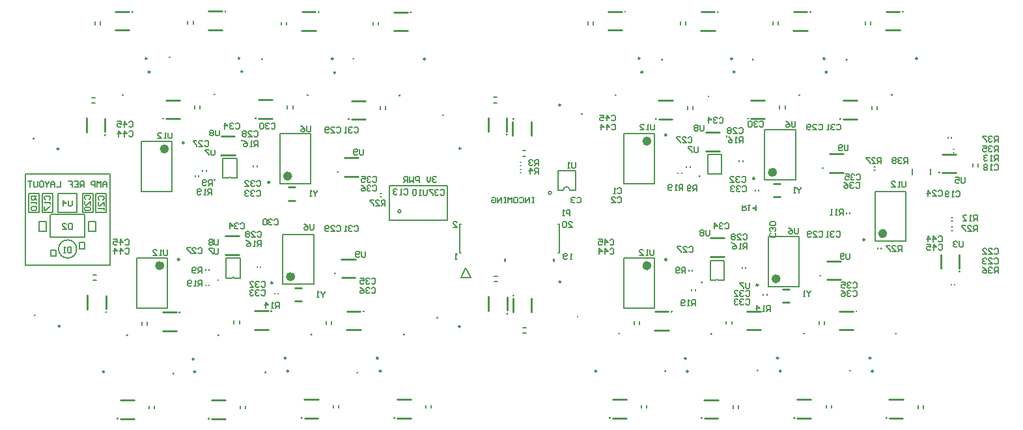
<source format=gbo>
G04*
G04 #@! TF.GenerationSoftware,Altium Limited,Altium Designer,18.1.9 (240)*
G04*
G04 Layer_Color=12176880*
%FSTAX44Y44*%
%MOMM*%
G71*
G01*
G75*
%ADD10C,0.2540*%
%ADD11C,0.2500*%
%ADD12C,0.6000*%
%ADD13C,0.2000*%
%ADD14C,0.1270*%
%ADD85C,0.0000*%
%ADD86C,0.1524*%
G36*
X0063238Y00213457D02*
X0063492D01*
Y00209647D01*
X0063238D01*
Y00213457D01*
D02*
G37*
G36*
X0069588D02*
X0069842D01*
Y00209647D01*
X0069588D01*
Y00213457D01*
D02*
G37*
D10*
X01047034Y00331358D02*
G03*
X01047034Y00331358I-00000359J0D01*
G01*
X0092232Y0037234D02*
G03*
X0092232Y0037234I-00000359J0D01*
G01*
X00886779Y00320898D02*
G03*
X0088676Y00321012I-00000359J0D01*
G01*
X00416627Y00326384D02*
G03*
X00416627Y00326384I-00000359J0D01*
G01*
X00291913Y00367366D02*
G03*
X00291913Y00367366I-00000359J0D01*
G01*
X00256372Y00315924D02*
G03*
X00256354Y00316038I-00000359J0D01*
G01*
X00297539Y0023764D02*
G03*
X00297539Y0023764I-00000359J0D01*
G01*
X0026084Y00185778D02*
G03*
X00260821Y00185892I-00000359J0D01*
G01*
X00412855Y00194668D02*
G03*
X00412855Y00194668I-00000359J0D01*
G01*
X00928187Y0023495D02*
G03*
X00928187Y0023495I-00000359J0D01*
G01*
X00890016Y00182984D02*
G03*
X00889998Y00183098I-00000359J0D01*
G01*
X01043933Y00191874D02*
G03*
X01043933Y00191874I-00000359J0D01*
G01*
X01224939Y00197076D02*
G03*
X01224939Y00197076I-00000359J0D01*
G01*
X01198731Y00325744D02*
G03*
X01198731Y00325744I-00000359J0D01*
G01*
X00962317Y0006839D02*
G03*
X00962317Y0006839I-00000359J0D01*
G01*
X00956382Y00472507D02*
G03*
X00956382Y00472507I-00000359J0D01*
G01*
X00377489Y00426212D02*
G03*
X00377489Y00426212I-00000359J0D01*
G01*
X00382121Y00115231D02*
G03*
X00382121Y00115231I-00000359J0D01*
G01*
X01022455Y00116561D02*
G03*
X01022455Y00116561I-00000359J0D01*
G01*
X01016867Y00426466D02*
G03*
X01016867Y00426466I-00000359J0D01*
G01*
X00497123Y00426006D02*
G03*
X00497123Y00426006I-00000359J0D01*
G01*
X00442065Y00065656D02*
G03*
X00442065Y00065656I-00000359J0D01*
G01*
X00902228Y00116072D02*
G03*
X00902228Y00116072I-00000359J0D01*
G01*
X00898563Y00424694D02*
G03*
X00898563Y00424694I-00000359J0D01*
G01*
X00318113Y00473202D02*
G03*
X00318113Y00473202I-00000359J0D01*
G01*
X00322428Y00066042D02*
G03*
X00322428Y00066042I-00000359J0D01*
G01*
X01082713Y00068332D02*
G03*
X01082713Y00068332I-00000359J0D01*
G01*
X01078033Y0047244D02*
G03*
X01078033Y0047244I-00000359J0D01*
G01*
X00436993Y00473792D02*
G03*
X00436993Y00473792I-00000359J0D01*
G01*
X00502577Y00115231D02*
G03*
X00502577Y00115231I-00000359J0D01*
G01*
X00842591Y00067966D02*
G03*
X00842591Y00067966I-00000359J0D01*
G01*
X00733911Y00402082D02*
G03*
X00733911Y00402082I-00000359J0D01*
G01*
X00021187Y00370078D02*
G03*
X00021187Y00370078I-00000359J0D01*
G01*
X00261277Y00114306D02*
G03*
X00261277Y00114306I-00000359J0D01*
G01*
X00728517Y00138424D02*
G03*
X00728517Y00138424I-00000359J0D01*
G01*
X00838305Y0047244D02*
G03*
X00838305Y0047244I-00000359J0D01*
G01*
X00256137Y00427306D02*
G03*
X00256137Y00427306I-00000359J0D01*
G01*
X00022457Y00140208D02*
G03*
X00022457Y00140208I-00000359J0D01*
G01*
X01142157Y0011642D02*
G03*
X01142157Y0011642I-00000359J0D01*
G01*
X00545951Y00137076D02*
G03*
X00545951Y00137076I-00000359J0D01*
G01*
X00777659Y00426218D02*
G03*
X00777659Y00426218I-00000359J0D01*
G01*
X00197717Y00475488D02*
G03*
X00197717Y00475488I-00000359J0D01*
G01*
X00142659Y00114306D02*
G03*
X00142659Y00114306I-00000359J0D01*
G01*
X01137069Y00426726D02*
G03*
X01137069Y00426726I-00000359J0D01*
G01*
X00782425Y00116586D02*
G03*
X00782425Y00116586I-00000359J0D01*
G01*
X00553257Y00400214D02*
G03*
X00553257Y00400214I-00000359J0D01*
G01*
X00137011Y00426212D02*
G03*
X00137011Y00426212I-00000359J0D01*
G01*
X00202737Y00064494D02*
G03*
X00202737Y00064494I-00000359J0D01*
G01*
X00706013Y00413445D02*
G03*
X00706013Y00413445I-00001016J0D01*
G01*
X0116996Y0047397D02*
G03*
X0116996Y0047397I-00001016J0D01*
G01*
X01151291Y00534686D02*
G03*
X01151291Y00534686I-00000359J0D01*
G01*
X01112604Y0006757D02*
G03*
X01112604Y0006757I-00001016J0D01*
G01*
X01129959Y00006854D02*
G03*
X01129959Y00006854I-00000359J0D01*
G01*
X0079033Y00534741D02*
G03*
X0079033Y00534741I-00000359J0D01*
G01*
X00989112Y00084646D02*
G03*
X00989112Y00084646I-00001016J0D01*
G01*
X00970443Y00145362D02*
G03*
X00970443Y00145362I-00000359J0D01*
G01*
X00872004Y00067258D02*
G03*
X00872004Y00067258I-00001016J0D01*
G01*
X00889359Y00006542D02*
G03*
X00889359Y00006542I-00000359J0D01*
G01*
X00869386Y00084222D02*
G03*
X00869386Y00084222I-00001016J0D01*
G01*
X00850717Y00144938D02*
G03*
X00850717Y00144938I-00000359J0D01*
G01*
X00992902Y00067711D02*
G03*
X00992902Y00067711I-00001016J0D01*
G01*
X01010257Y00006995D02*
G03*
X01010257Y00006995I-00000359J0D01*
G01*
X01109508Y00084588D02*
G03*
X01109508Y00084588I-00001016J0D01*
G01*
X01090839Y00145304D02*
G03*
X01090839Y00145304I-00000359J0D01*
G01*
X00932688Y00456616D02*
G03*
X00932688Y00456616I-00001016J0D01*
G01*
X00950043Y003959D02*
G03*
X00950043Y003959I-00000359J0D01*
G01*
X0092943Y00473544D02*
G03*
X0092943Y00473544I-00001016J0D01*
G01*
X00910761Y0053426D02*
G03*
X00910761Y0053426I-00000359J0D01*
G01*
X00808999Y00474025D02*
G03*
X00808999Y00474025I-00001016J0D01*
G01*
X00706314Y00183914D02*
G03*
X00706314Y00183914I-00001016J0D01*
G01*
X00644941Y00165902D02*
G03*
X00644941Y00165902I-00000359J0D01*
G01*
X00575452Y00125731D02*
G03*
X00575452Y00125731I-00001016J0D01*
G01*
X0063694Y00142485D02*
G03*
X0063694Y00142485I-00000359J0D01*
G01*
X00752872Y00067736D02*
G03*
X00752872Y00067736I-00001016J0D01*
G01*
X00770227Y0000702D02*
G03*
X00770227Y0000702I-00000359J0D01*
G01*
X01049758Y0047371D02*
G03*
X01049758Y0047371I-00001016J0D01*
G01*
X01031089Y00534426D02*
G03*
X01031089Y00534426I-00000359J0D01*
G01*
X00812824Y00456184D02*
G03*
X00812824Y00456184I-00001016J0D01*
G01*
X00830179Y00395468D02*
G03*
X00830179Y00395468I-00000359J0D01*
G01*
X0057626Y00357019D02*
G03*
X0057626Y00357019I-00001016J0D01*
G01*
X00636319Y00375031D02*
G03*
X00636319Y00375031I-00000359J0D01*
G01*
X01052552Y00456184D02*
G03*
X01052552Y00456184I-00001016J0D01*
G01*
X01069907Y00395468D02*
G03*
X01069907Y00395468I-00000359J0D01*
G01*
X0064464Y00395433D02*
G03*
X0064464Y00395433I-00000359J0D01*
G01*
X0034898Y0008492D02*
G03*
X0034898Y0008492I-00001016J0D01*
G01*
X00330311Y00145636D02*
G03*
X00330311Y00145636I-00000359J0D01*
G01*
X00468868Y00084534D02*
G03*
X00468868Y00084534I-00001016J0D01*
G01*
X00450199Y0014525D02*
G03*
X00450199Y0014525I-00000359J0D01*
G01*
X00055194Y00126311D02*
G03*
X00055194Y00126311I-00001016J0D01*
G01*
X0022954Y00083372D02*
G03*
X0022954Y00083372I-00001016J0D01*
G01*
X00210871Y00144088D02*
G03*
X00210871Y00144088I-00000359J0D01*
G01*
X00352308Y00067711D02*
G03*
X00352308Y00067711I-00001016J0D01*
G01*
X00369663Y00006995D02*
G03*
X00369663Y00006995I-00000359J0D01*
G01*
X00472764Y00067711D02*
G03*
X00472764Y00067711I-00001016J0D01*
G01*
X00490119Y00006995D02*
G03*
X00490119Y00006995I-00000359J0D01*
G01*
X00112846Y00066786D02*
G03*
X00112846Y00066786I-00001016J0D01*
G01*
X00130201Y0000607D02*
G03*
X00130201Y0000607I-00000359J0D01*
G01*
X00231464Y00066786D02*
G03*
X00231464Y00066786I-00001016J0D01*
G01*
X00248819Y0000607D02*
G03*
X00248819Y0000607I-00000359J0D01*
G01*
X00289028Y0047455D02*
G03*
X00289028Y0047455I-00001016J0D01*
G01*
X00270359Y00535266D02*
G03*
X00270359Y00535266I-00000359J0D01*
G01*
X0041038Y00473456D02*
G03*
X0041038Y00473456I-00001016J0D01*
G01*
X00391711Y00534172D02*
G03*
X00391711Y00534172I-00000359J0D01*
G01*
X00530014Y0047325D02*
G03*
X00530014Y0047325I-00001016J0D01*
G01*
X00511345Y00533966D02*
G03*
X00511345Y00533966I-00000359J0D01*
G01*
X00053842Y00356446D02*
G03*
X00053842Y00356446I-00001016J0D01*
G01*
X00113901Y00374458D02*
G03*
X00113901Y00374458I-00000359J0D01*
G01*
X00292632Y00456946D02*
G03*
X00292632Y00456946I-00001016J0D01*
G01*
X00309987Y0039623D02*
G03*
X00309987Y0039623I-00000359J0D01*
G01*
X00413536Y0045593D02*
G03*
X00413536Y0045593I-00001016J0D01*
G01*
X00430891Y00395214D02*
G03*
X00430891Y00395214I-00000359J0D01*
G01*
X00172228Y0045661D02*
G03*
X00172228Y0045661I-00001016J0D01*
G01*
X00189583Y00395894D02*
G03*
X00189583Y00395894I-00000359J0D01*
G01*
X00168138Y00473732D02*
G03*
X00168138Y00473732I-00001016J0D01*
G01*
X00149469Y00534448D02*
G03*
X00149469Y00534448I-00000359J0D01*
G01*
X00115253Y00144323D02*
G03*
X00115253Y00144323I-00000359J0D01*
G01*
X01055819Y0032577D02*
X01073345D01*
X01055565Y003499D02*
X01073565D01*
X00982921Y0029425D02*
X00991557D01*
X00982921Y00311522D02*
X00991557D01*
X00895291Y00377928D02*
X00912817D01*
X00895071Y00353798D02*
X00913071D01*
X00425412Y00320796D02*
X00442938D01*
X00425158Y00344926D02*
X00443158D01*
X00352514Y00289276D02*
X0036115D01*
X00352514Y00306548D02*
X0036115D01*
X00264884Y00372954D02*
X0028241D01*
X00264664Y00348824D02*
X00282664D01*
X00360674Y0015875D02*
X0036931D01*
X00360674Y00176022D02*
X0036931D01*
X0027029Y00219098D02*
X0028829D01*
X0027051Y00243228D02*
X00288036D01*
X0042164Y0018908D02*
X00439166D01*
X00421386Y0021321D02*
X00439386D01*
X00901158Y00240538D02*
X00918684D01*
X00900938Y00216408D02*
X00918938D01*
X00994664Y00156972D02*
X010033D01*
X00994664Y00174244D02*
X010033D01*
X01052718Y00186286D02*
X01070244D01*
X01052464Y00210416D02*
X01070464D01*
X01224834Y0020114D02*
Y00218666D01*
X01200704Y00200886D02*
Y00218886D01*
X01202436Y0032549D02*
X01219962D01*
X01202182Y0034962D02*
X01220182D01*
X01129122Y0051081D02*
X01147122D01*
X01129342Y0053494D02*
X01146868D01*
X0113341Y0003073D02*
X0115141D01*
X01133664Y000066D02*
X0115119D01*
X00768381Y00534995D02*
X00785907D01*
X00768161Y00510865D02*
X00786161D01*
X00948274Y00121486D02*
X00966274D01*
X00948494Y00145616D02*
X0096602D01*
X0089281Y00030418D02*
X0091081D01*
X00893064Y00006288D02*
X0091059D01*
X00828548Y00121062D02*
X00846548D01*
X00828768Y00145192D02*
X00846294D01*
X01013708Y00030871D02*
X01031708D01*
X01013962Y00006741D02*
X01031488D01*
X0106867Y00121428D02*
X0108667D01*
X0106889Y00145558D02*
X01086416D01*
X00953494Y00419776D02*
X00971494D01*
X00953748Y00395646D02*
X00971274D01*
X00888592Y00510384D02*
X00906592D01*
X00888812Y00534514D02*
X00906338D01*
X00668458Y00144092D02*
Y00162092D01*
X00644328Y00144312D02*
Y00161838D01*
X00612705Y00146295D02*
Y00164295D01*
X00636835Y00146549D02*
Y00164075D01*
X00773678Y00030896D02*
X00791678D01*
X00773932Y00006766D02*
X00791458D01*
X0100892Y0051055D02*
X0102692D01*
X0100914Y0053468D02*
X01026666D01*
X0083363Y00419344D02*
X0085163D01*
X00833884Y00395214D02*
X0085141D01*
X00612084Y00378841D02*
Y00396841D01*
X00636214Y00379095D02*
Y00396621D01*
X01073358Y00419344D02*
X01091358D01*
X01073612Y00395214D02*
X01091138D01*
X00668157Y00373623D02*
Y00391623D01*
X00644027Y00373843D02*
Y00391369D01*
X00308362Y0014589D02*
X00325888D01*
X00308142Y0012176D02*
X00326142D01*
X0042825Y00145504D02*
X00445776D01*
X0042803Y00121374D02*
X0044603D01*
X00188922Y00144342D02*
X00206448D01*
X00188702Y00120212D02*
X00206702D01*
X00373368Y00006741D02*
X00390894D01*
X00373114Y00030871D02*
X00391114D01*
X00493824Y00006741D02*
X0051135D01*
X0049357Y00030871D02*
X0051157D01*
X00133906Y00005816D02*
X00151432D01*
X00133652Y00029946D02*
X00151652D01*
X00252524Y00005816D02*
X0027005D01*
X0025227Y00029946D02*
X0027027D01*
X0024841Y0053552D02*
X00265936D01*
X0024819Y0051139D02*
X0026619D01*
X00369762Y00534426D02*
X00387288D01*
X00369542Y00510296D02*
X00387542D01*
X00489396Y0053422D02*
X00506922D01*
X00489176Y0051009D02*
X00507176D01*
X00113796Y00378522D02*
Y00396048D01*
X00089666Y00378268D02*
Y00396268D01*
X00313692Y00395976D02*
X00331218D01*
X00313438Y00420106D02*
X00331438D01*
X00434596Y0039496D02*
X00452122D01*
X00434342Y0041909D02*
X00452342D01*
X00193288Y0039564D02*
X00210814D01*
X00193034Y0041977D02*
X00211034D01*
X0012752Y00534702D02*
X00145046D01*
X001273Y00510572D02*
X001453D01*
X00091018Y00148132D02*
Y00166133D01*
X00115148Y00148386D02*
Y00165912D01*
D11*
X00958389Y00318026D02*
G03*
X00958389Y00318026I-0000125J0D01*
G01*
X00844184Y00374572D02*
G03*
X00844184Y00374572I-0000125J0D01*
G01*
X00327982Y00313052D02*
G03*
X00327982Y00313052I-0000125J0D01*
G01*
X00216804Y00364412D02*
G03*
X00216804Y00364412I-0000125J0D01*
G01*
X00210708Y00212857D02*
G03*
X00210708Y00212857I-0000125J0D01*
G01*
X00331894Y00182429D02*
G03*
X00331894Y00182429I-0000125J0D01*
G01*
X00844246Y00212716D02*
G03*
X00844246Y00212716I-0000125J0D01*
G01*
X00962972Y00179635D02*
G03*
X00962972Y00179635I-0000125J0D01*
G01*
X0110167Y00238414D02*
G03*
X0110167Y00238414I-0000125J0D01*
G01*
D12*
X00984639Y00326026D02*
G03*
X00984639Y00326026I-00003J0D01*
G01*
X00821434Y00366572D02*
G03*
X00821434Y00366572I-00003J0D01*
G01*
X00354232Y00321052D02*
G03*
X00354232Y00321052I-00003J0D01*
G01*
X00194054Y00356412D02*
G03*
X00194054Y00356412I-00003J0D01*
G01*
X00187958Y00204856D02*
G03*
X00187958Y00204856I-00003J0D01*
G01*
X00358144Y00190429D02*
G03*
X00358144Y00190429I-00003J0D01*
G01*
X00821496Y00204716D02*
G03*
X00821496Y00204716I-00003J0D01*
G01*
X00989222Y00187635D02*
G03*
X00989222Y00187635I-00003J0D01*
G01*
X0112792Y00246414D02*
G03*
X0112792Y00246414I-00003J0D01*
G01*
D13*
X00908154Y0032349D02*
G03*
X00904904Y0032349I-00001625J0D01*
G01*
X00717855Y00303214D02*
G03*
X00709855Y00303214I-00004J0D01*
G01*
X00694249Y00299404D02*
G03*
X00694249Y00299404I-00001984J0D01*
G01*
X00277747Y00318516D02*
G03*
X00274497Y00318516I-00001625J0D01*
G01*
X00076912Y00226334D02*
G03*
X00076912Y00226334I-00011718J0D01*
G01*
X00282215Y0018837D02*
G03*
X00278965Y0018837I-00001625J0D01*
G01*
X00911391Y00185576D02*
G03*
X00908141Y00185576I-00001625J0D01*
G01*
X00559086Y00263902D02*
Y00308134D01*
X00558357Y00308864D02*
X00559086Y00308134D01*
X00483542Y00308864D02*
X00558357D01*
X00483542Y00263902D02*
X00559086D01*
X00483542D02*
Y00308864D01*
X00971639Y00316026D02*
Y00381026D01*
X01011639Y00316026D02*
Y00381026D01*
X00971639Y00316026D02*
X01011639D01*
X00971639Y00381026D02*
X01011639D01*
X00897447Y0032349D02*
Y0034949D01*
X00915735D01*
Y0032349D02*
Y0034949D01*
X00908154Y0032349D02*
X00915735D01*
X00897447D02*
X00904904D01*
X00828434Y00311572D02*
Y00376572D01*
X00788434Y00311572D02*
Y00376572D01*
X00828434D01*
X00788434Y00311572D02*
X00828434D01*
X00702679Y00303D02*
X00709791D01*
X00717919D02*
X00725539D01*
Y00328D01*
X00702679D02*
X00725539D01*
X00702679Y00303D02*
Y00328D01*
X00341232Y00376052D02*
X00381232D01*
X00341232Y00311052D02*
X00381232D01*
Y00376052D01*
X00341232Y00311052D02*
Y00376052D01*
X0026704Y00318516D02*
Y00344516D01*
X00285328D01*
Y00318516D02*
Y00344516D01*
X00277747Y00318516D02*
X00285328D01*
X0026704D02*
X00274497D01*
X00201054Y00301412D02*
Y00366412D01*
X00161054Y00301412D02*
Y00366412D01*
X00201054D01*
X00161054Y00301412D02*
X00201054D01*
X00101928Y00249174D02*
Y00262382D01*
X000925Y00249174D02*
X00101928D01*
X000925D02*
Y00262382D01*
X00101928D01*
X000375Y00249174D02*
Y00262382D01*
X00028519Y00249174D02*
X000375D01*
X00028519D02*
Y00262382D01*
X000375D01*
X0012Y00205D02*
Y0032385D01*
X0001Y00205D02*
X0012D01*
X0001D02*
Y0032385D01*
X0012D01*
X000525Y00298548D02*
X000775D01*
X000525Y00274298D02*
Y00298548D01*
Y00274298D02*
X000775D01*
Y00298548D01*
X0001454D02*
X00028126D01*
X0001454Y00274298D02*
Y00298548D01*
Y00274298D02*
X00028126D01*
Y00298548D01*
X0003204Y00298549D02*
X00045626D01*
X0003204Y00274299D02*
Y00298549D01*
Y00274299D02*
X00045626D01*
Y00298549D01*
X00084428Y00298331D02*
X00098014D01*
X00084428Y00274081D02*
Y00298331D01*
Y00274081D02*
X00098014D01*
Y00298331D01*
X00115152Y0027408D02*
Y0029833D01*
X00101566Y0027408D02*
X00115152D01*
X00101566D02*
Y0029833D01*
X00115152D01*
X00043343Y00225058D02*
X00050385D01*
X00043343Y00217214D02*
Y00225058D01*
X00043643Y00216914D02*
X00050385D01*
Y00225058D01*
X00087236Y00226678D02*
Y00234822D01*
X00080494Y00226678D02*
X00087236D01*
X00080194Y00226978D02*
Y00234822D01*
X00087236D01*
X00042386Y0024201D02*
X00087386D01*
Y00271036D01*
X00042386Y0024201D02*
Y00270476D01*
X00043149Y00271036D02*
X00087386D01*
X00154958Y00149857D02*
X00194958D01*
X00154958Y00214856D02*
X00194958D01*
X00154958Y00149857D02*
Y00214856D01*
X00194958Y00149857D02*
Y00214856D01*
X00271508Y0018837D02*
X00278965D01*
X00282215D02*
X00289796D01*
Y0021437D01*
X00271508D02*
X00289796D01*
X00271508Y0018837D02*
Y0021437D01*
X00345144Y00180429D02*
Y00245429D01*
X00385144Y00180429D02*
Y00245429D01*
X00345144Y00180429D02*
X00385144D01*
X00345144Y00245429D02*
X00385144D01*
X00828496Y00149716D02*
Y00214716D01*
X00788496Y00149716D02*
Y00214716D01*
X00828496D01*
X00788496Y00149716D02*
X00828496D01*
X00900684Y00185576D02*
Y00211576D01*
X00918972D01*
Y00185576D02*
Y00211576D01*
X00911391Y00185576D02*
X00918972D01*
X00900684D02*
X00908141D01*
X00976222Y00242635D02*
X01016222D01*
X00976222Y00177635D02*
X01016222D01*
Y00242635D01*
X00976222Y00177635D02*
Y00242635D01*
X0111492Y00236414D02*
Y00301414D01*
X0115492Y00236414D02*
Y00301414D01*
X0111492Y00236414D02*
X0115492D01*
X0111492Y00301414D02*
X0115492D01*
X01249116Y00333534D02*
Y00337534D01*
X01242116Y00333534D02*
Y00337534D01*
X01163258Y00322898D02*
Y00330898D01*
X01187258Y00322898D02*
Y00330898D01*
X0065721Y00117467D02*
X0066121D01*
X0065721Y00124467D02*
X0066121D01*
X01109497Y00518058D02*
Y00522058D01*
X01102497Y00518058D02*
Y00522058D01*
X01171035Y00019482D02*
Y00023482D01*
X01178035Y00019482D02*
Y00023482D01*
X00928649Y00128734D02*
Y00132734D01*
X00921649Y00128734D02*
Y00132734D01*
X00930435Y0001917D02*
Y0002317D01*
X00937435Y0001917D02*
Y0002317D01*
X00808923Y0012831D02*
Y0013231D01*
X00801923Y0012831D02*
Y0013231D01*
X01051333Y00019623D02*
Y00023623D01*
X01058333Y00019623D02*
Y00023623D01*
X01049045Y00128676D02*
Y00132676D01*
X01042045Y00128676D02*
Y00132676D01*
X00991119Y00408528D02*
Y00412528D01*
X00998119Y00408528D02*
Y00412528D01*
X00868967Y00517632D02*
Y00521632D01*
X00861967Y00517632D02*
Y00521632D01*
X00748536Y00518113D02*
Y00522113D01*
X00741536Y00518113D02*
Y00522113D01*
X00619953Y0018392D02*
X00623953D01*
X00619953Y0019092D02*
X00623953D01*
X00811303Y00019648D02*
Y00023648D01*
X00818303Y00019648D02*
Y00023648D01*
X00989295Y00517798D02*
Y00521798D01*
X00982295Y00517798D02*
Y00521798D01*
X00871255Y00408096D02*
Y00412096D01*
X00878255Y00408096D02*
Y00412096D01*
X00619332Y00416466D02*
X00623332D01*
X00619332Y00423466D02*
X00623332D01*
X01110983Y00408096D02*
Y00412096D01*
X01117983Y00408096D02*
Y00412096D01*
X00656909Y00353998D02*
X00660909D01*
X00656909Y00346998D02*
X00660909D01*
X00281517Y00129008D02*
Y00133008D01*
X00288517Y00129008D02*
Y00133008D01*
X00401405Y00128622D02*
Y00132622D01*
X00408405Y00128622D02*
Y00132622D01*
X00098266Y00192757D02*
X00102266D01*
X00098266Y00185758D02*
X00102266D01*
X00162077Y0012746D02*
Y0013146D01*
X00169077Y0012746D02*
Y0013146D01*
X00417739Y00019623D02*
Y00023623D01*
X00410739Y00019623D02*
Y00023623D01*
X00538195Y00019623D02*
Y00023623D01*
X00531195Y00019623D02*
Y00023623D01*
X00178277Y00018698D02*
Y00022698D01*
X00171277Y00018698D02*
Y00022698D01*
X00296895Y00018698D02*
Y00022698D01*
X00289895Y00018698D02*
Y00022698D01*
X00221565Y00518638D02*
Y00522638D01*
X00228565Y00518638D02*
Y00522638D01*
X00342917Y00517544D02*
Y00521544D01*
X00349917Y00517544D02*
Y00521544D01*
X00462551Y00517338D02*
Y00521338D01*
X00469551Y00517338D02*
Y00521338D01*
X00096914Y00422893D02*
X00100914D01*
X00096914Y00415893D02*
X00100914D01*
X00358063Y00408858D02*
Y00412858D01*
X00351063Y00408858D02*
Y00412858D01*
X00478967Y00407842D02*
Y00411842D01*
X00471967Y00407842D02*
Y00411842D01*
X00237659Y00408522D02*
Y00412522D01*
X00230659Y00408522D02*
Y00412522D01*
X00100675Y0051782D02*
Y0052182D01*
X00107675Y0051782D02*
Y0052182D01*
X0054483Y0031944D02*
X0054358Y0032069D01*
X00541081D01*
X00539832Y0031944D01*
Y0031819D01*
X00541081Y00316941D01*
X00542331D01*
X00541081D01*
X00539832Y00315691D01*
Y00314442D01*
X00541081Y00313192D01*
X0054358D01*
X0054483Y00314442D01*
X00537332Y0032069D02*
Y00315691D01*
X00534833Y00313192D01*
X00532334Y00315691D01*
Y0032069D01*
X00522337Y00313192D02*
Y0032069D01*
X00518588D01*
X00517339Y0031944D01*
Y00316941D01*
X00518588Y00315691D01*
X00522337D01*
X0051484Y0032069D02*
Y00313192D01*
X0051234Y00315691D01*
X00509841Y00313192D01*
Y0032069D01*
X00507342Y00313192D02*
Y0032069D01*
X00503593D01*
X00502344Y0031944D01*
Y00316941D01*
X00503593Y00315691D01*
X00507342D01*
X00504843D02*
X00502344Y00313192D01*
X00566422Y00254478D02*
X0057142D01*
X00566422Y00259476D01*
Y00260726D01*
X00567671Y00261976D01*
X0057017D01*
X0057142Y00260726D01*
Y00212822D02*
X00568921D01*
X0057017D01*
Y0022032D01*
X0057142Y0021907D01*
X00716282Y00254478D02*
X0072128D01*
X00716282Y00259476D01*
Y00260726D01*
X00717531Y00261976D01*
X0072003D01*
X0072128Y00260726D01*
X00713782D02*
X00712533Y00261976D01*
X00710034D01*
X00708784Y00260726D01*
Y00255728D01*
X00710034Y00254478D01*
X00712533D01*
X00713782Y00255728D01*
Y00260726D01*
X00721106Y00213039D02*
X00718607D01*
X00719856D01*
Y00220536D01*
X00721106Y00219287D01*
X00714858Y00214288D02*
X00713608Y00213039D01*
X00711109D01*
X0070986Y00214288D01*
Y00219287D01*
X00711109Y00220536D01*
X00713608D01*
X00714858Y00219287D01*
Y00218037D01*
X00713608Y00216787D01*
X0070986D01*
X00116174Y0030678D02*
Y00311778D01*
X00113675Y00314278D01*
X00111176Y00311778D01*
Y0030678D01*
Y00310529D01*
X00116174D01*
X00108676Y0030678D02*
Y00314278D01*
X00106177Y00311778D01*
X00103678Y00314278D01*
Y0030678D01*
X00101179D02*
Y00314278D01*
X0009743D01*
X0009618Y00313028D01*
Y00310529D01*
X0009743Y00309279D01*
X00101179D01*
X00086184Y0030678D02*
Y00314278D01*
X00082435D01*
X00081185Y00313028D01*
Y00310529D01*
X00082435Y00309279D01*
X00086184D01*
X00083684D02*
X00081185Y0030678D01*
X00073688Y00314278D02*
X00078686D01*
Y0030678D01*
X00073688D01*
X00078686Y00310529D02*
X00076187D01*
X0006619Y00314278D02*
X00071188D01*
Y00310529D01*
X00068689D01*
X00071188D01*
Y0030678D01*
X00056193Y00314278D02*
Y0030678D01*
X00051195D01*
X00048696D02*
Y00311778D01*
X00046196Y00314278D01*
X00043697Y00311778D01*
Y0030678D01*
Y00310529D01*
X00048696D01*
X00041198Y00314278D02*
Y00313028D01*
X00038699Y00310529D01*
X000362Y00313028D01*
Y00314278D01*
X00038699Y00310529D02*
Y0030678D01*
X00029952Y00314278D02*
X00032451D01*
X000337Y00313028D01*
Y0030803D01*
X00032451Y0030678D01*
X00029952D01*
X00028702Y0030803D01*
Y00313028D01*
X00029952Y00314278D01*
X00026203D02*
Y0030803D01*
X00024953Y0030678D01*
X00022454D01*
X00021204Y0030803D01*
Y00314278D01*
X00018705D02*
X00013707D01*
X00016206D01*
Y0030678D01*
X00671576Y00293748D02*
X00669077D01*
X00670326D01*
Y0028625D01*
X00671576D01*
X00669077D01*
X00665328D02*
Y00293748D01*
X0066033Y0028625D01*
Y00293748D01*
X00652832Y00292498D02*
X00654082Y00293748D01*
X00656581D01*
X0065783Y00292498D01*
Y002875D01*
X00656581Y0028625D01*
X00654082D01*
X00652832Y002875D01*
X00646584Y00293748D02*
X00649083D01*
X00650333Y00292498D01*
Y002875D01*
X00649083Y0028625D01*
X00646584D01*
X00645334Y002875D01*
Y00292498D01*
X00646584Y00293748D01*
X00642835Y0028625D02*
Y00293748D01*
X00640336Y00291248D01*
X00637837Y00293748D01*
Y0028625D01*
X00635338Y00293748D02*
X00632838D01*
X00634088D01*
Y0028625D01*
X00635338D01*
X00632838D01*
X0062909D02*
Y00293748D01*
X00624091Y0028625D01*
Y00293748D01*
X00616594Y00292498D02*
X00617843Y00293748D01*
X00620342D01*
X00621592Y00292498D01*
Y002875D01*
X00620342Y0028625D01*
X00617843D01*
X00616594Y002875D01*
Y00289999D01*
X00619093D01*
X01247902Y0026325D02*
Y00270748D01*
X01244153D01*
X01242904Y00269498D01*
Y00266999D01*
X01244153Y00265749D01*
X01247902D01*
X01245403D02*
X01242904Y0026325D01*
X01240404D02*
X01237905D01*
X01239155D01*
Y00270748D01*
X01240404Y00269498D01*
X01229158Y0026325D02*
X01234156D01*
X01229158Y00268248D01*
Y00269498D01*
X01230408Y00270748D01*
X01232907D01*
X01234156Y00269498D01*
X01073345Y00270763D02*
Y00278261D01*
X01069596D01*
X01068346Y00277011D01*
Y00274512D01*
X01069596Y00273262D01*
X01073345D01*
X01070846D02*
X01068346Y00270763D01*
X01065847D02*
X01063348D01*
X01064598D01*
Y00278261D01*
X01065847Y00277011D01*
X01059599Y00270763D02*
X010571D01*
X0105835D01*
Y00278261D01*
X01059599Y00277011D01*
X00718566Y00269402D02*
Y002769D01*
X00714817D01*
X00713568Y0027565D01*
Y00273151D01*
X00714817Y00271901D01*
X00718566D01*
X00711068Y00269402D02*
X00708569D01*
X00709819D01*
Y002769D01*
X00711068Y0027565D01*
X0114957Y00223254D02*
Y00230752D01*
X01145821D01*
X01144572Y00229502D01*
Y00227003D01*
X01145821Y00225753D01*
X0114957D01*
X01147071D02*
X01144572Y00223254D01*
X01137074D02*
X01142073D01*
X01137074Y00228252D01*
Y00229502D01*
X01138324Y00230752D01*
X01140823D01*
X01142073Y00229502D01*
X01134575Y00230752D02*
X01129576D01*
Y00229502D01*
X01134575Y00224504D01*
Y00223254D01*
X0043794Y00255422D02*
X00439189Y00256672D01*
X00441688D01*
X00442938Y00255422D01*
Y00250424D01*
X00441688Y00249174D01*
X00439189D01*
X0043794Y00250424D01*
X0043544Y00255422D02*
X00434191Y00256672D01*
X00431692D01*
X00430442Y00255422D01*
Y00254172D01*
X00431692Y00252923D01*
X00432941D01*
X00431692D01*
X00430442Y00251673D01*
Y00250424D01*
X00431692Y00249174D01*
X00434191D01*
X0043544Y00250424D01*
X00427943Y00249174D02*
X00425444D01*
X00426693D01*
Y00256672D01*
X00427943Y00255422D01*
X005325Y00303662D02*
Y00297414D01*
X0053125Y00296164D01*
X00528751D01*
X00527502Y00297414D01*
Y00303662D01*
X00525002Y00296164D02*
X00522503D01*
X00523753D01*
Y00303662D01*
X00525002Y00302412D01*
X00518754D02*
X00517505Y00303662D01*
X00515006D01*
X00513756Y00302412D01*
Y00297414D01*
X00515006Y00296164D01*
X00517505D01*
X00518754Y00297414D01*
Y00302412D01*
X00502502Y00303428D02*
X00503751Y00304678D01*
X0050625D01*
X005075Y00303428D01*
Y0029843D01*
X0050625Y0029718D01*
X00503751D01*
X00502502Y0029843D01*
X00500002Y0029718D02*
X00497503D01*
X00498753D01*
Y00304678D01*
X00500002Y00303428D01*
X00493754D02*
X00492505Y00304678D01*
X00490006D01*
X00488756Y00303428D01*
Y00302178D01*
X00490006Y00300929D01*
X00491255D01*
X00490006D01*
X00488756Y00299679D01*
Y0029843D01*
X00490006Y0029718D01*
X00492505D01*
X00493754Y0029843D01*
X00550002Y00302412D02*
X00551251Y00303662D01*
X0055375D01*
X00555Y00302412D01*
Y00297414D01*
X0055375Y00296164D01*
X00551251D01*
X00550002Y00297414D01*
X00547502Y00302412D02*
X00546253Y00303662D01*
X00543754D01*
X00542504Y00302412D01*
Y00301162D01*
X00543754Y00299913D01*
X00545003D01*
X00543754D01*
X00542504Y00298663D01*
Y00297414D01*
X00543754Y00296164D01*
X00546253D01*
X00547502Y00297414D01*
X00540005Y00303662D02*
X00535006D01*
Y00302412D01*
X00540005Y00297414D01*
Y00296164D01*
X011575Y00337684D02*
Y00345182D01*
X01153751D01*
X01152502Y00343932D01*
Y00341433D01*
X01153751Y00340183D01*
X011575D01*
X01155001D02*
X01152502Y00337684D01*
X01150002Y00343932D02*
X01148753Y00345182D01*
X01146254D01*
X01145004Y00343932D01*
Y00342682D01*
X01146254Y00341433D01*
X01147503D01*
X01146254D01*
X01145004Y00340183D01*
Y00338934D01*
X01146254Y00337684D01*
X01148753D01*
X01150002Y00338934D01*
X01142505Y00343932D02*
X01141255Y00345182D01*
X01138756D01*
X01137506Y00343932D01*
Y00342682D01*
X01138756Y00341433D01*
X01137506Y00340183D01*
Y00338934D01*
X01138756Y00337684D01*
X01141255D01*
X01142505Y00338934D01*
Y00340183D01*
X01141255Y00341433D01*
X01142505Y00342682D01*
Y00343932D01*
X01141255Y00341433D02*
X01138756D01*
X01015492Y00253878D02*
Y0024763D01*
X01014242Y0024638D01*
X01011743D01*
X01010494Y0024763D01*
Y00253878D01*
X01002996D02*
X01005495Y00252628D01*
X01007994Y00250129D01*
Y0024763D01*
X01006745Y0024638D01*
X01004246D01*
X01002996Y0024763D01*
Y00248879D01*
X01004246Y00250129D01*
X01007994D01*
X00828434Y00388524D02*
Y00382276D01*
X00827184Y00381026D01*
X00824685D01*
X00823436Y00382276D01*
Y00388524D01*
X00820936Y00381026D02*
X00818437D01*
X00819687D01*
Y00388524D01*
X00820936Y00387274D01*
X0080969Y00381026D02*
X00814688D01*
X0080969Y00386024D01*
Y00387274D01*
X0081094Y00388524D01*
X00813439D01*
X00814688Y00387274D01*
X0123196Y003193D02*
Y00313052D01*
X0123071Y00311802D01*
X01228211D01*
X01226962Y00313052D01*
Y003193D01*
X01219464D02*
X01224462D01*
Y00315551D01*
X01221963Y003168D01*
X01220714D01*
X01219464Y00315551D01*
Y00313052D01*
X01220714Y00311802D01*
X01223213D01*
X01224462Y00313052D01*
X01229614Y00236322D02*
Y00230074D01*
X01228364Y00228824D01*
X01225865D01*
X01224616Y00230074D01*
Y00236322D01*
X01222116Y00235072D02*
X01220867Y00236322D01*
X01218368D01*
X01217118Y00235072D01*
Y00233822D01*
X01218368Y00232573D01*
X01219617D01*
X01218368D01*
X01217118Y00231323D01*
Y00230074D01*
X01218368Y00228824D01*
X01220867D01*
X01222116Y00230074D01*
X01275Y00365674D02*
Y00373172D01*
X01271251D01*
X01270002Y00371922D01*
Y00369423D01*
X01271251Y00368173D01*
X01275D01*
X01272501D02*
X01270002Y00365674D01*
X01267502Y00371922D02*
X01266253Y00373172D01*
X01263754D01*
X01262504Y00371922D01*
Y00370672D01*
X01263754Y00369423D01*
X01265003D01*
X01263754D01*
X01262504Y00368173D01*
Y00366924D01*
X01263754Y00365674D01*
X01266253D01*
X01267502Y00366924D01*
X01260005Y00373172D02*
X01255006D01*
Y00371922D01*
X01260005Y00366924D01*
Y00365674D01*
X01275Y00195D02*
Y00202498D01*
X01271251D01*
X01270002Y00201248D01*
Y00198749D01*
X01271251Y00197499D01*
X01275D01*
X01272501D02*
X01270002Y00195D01*
X01267502Y00201248D02*
X01266253Y00202498D01*
X01263754D01*
X01262504Y00201248D01*
Y00199998D01*
X01263754Y00198749D01*
X01265003D01*
X01263754D01*
X01262504Y00197499D01*
Y0019625D01*
X01263754Y00195D01*
X01266253D01*
X01267502Y0019625D01*
X01255006Y00202498D02*
X01257506Y00201248D01*
X01260005Y00198749D01*
Y0019625D01*
X01258755Y00195D01*
X01256256D01*
X01255006Y0019625D01*
Y00197499D01*
X01256256Y00198749D01*
X01260005D01*
X01275Y00352806D02*
Y00360304D01*
X01271251D01*
X01270002Y00359054D01*
Y00356555D01*
X01271251Y00355305D01*
X01275D01*
X01272501D02*
X01270002Y00352806D01*
X01267502Y00359054D02*
X01266253Y00360304D01*
X01263754D01*
X01262504Y00359054D01*
Y00357804D01*
X01263754Y00356555D01*
X01265003D01*
X01263754D01*
X01262504Y00355305D01*
Y00354056D01*
X01263754Y00352806D01*
X01266253D01*
X01267502Y00354056D01*
X01255006Y00360304D02*
X01260005D01*
Y00356555D01*
X01257506Y00357804D01*
X01256256D01*
X01255006Y00356555D01*
Y00354056D01*
X01256256Y00352806D01*
X01258755D01*
X01260005Y00354056D01*
X01275Y00341122D02*
Y0034862D01*
X01271251D01*
X01270002Y0034737D01*
Y00344871D01*
X01271251Y00343621D01*
X01275D01*
X01272501D02*
X01270002Y00341122D01*
X01267502D02*
X01265003D01*
X01266253D01*
Y0034862D01*
X01267502Y0034737D01*
X01261254D02*
X01260005Y0034862D01*
X01257506D01*
X01256256Y0034737D01*
Y0034612D01*
X01257506Y00344871D01*
X01258755D01*
X01257506D01*
X01256256Y00343621D01*
Y00342372D01*
X01257506Y00341122D01*
X01260005D01*
X01261254Y00342372D01*
X01197184Y00301248D02*
X01198433Y00302498D01*
X01200932D01*
X01202182Y00301248D01*
Y0029625D01*
X01200932Y00295D01*
X01198433D01*
X01197184Y0029625D01*
X01189686Y00295D02*
X01194684D01*
X01189686Y00299998D01*
Y00301248D01*
X01190936Y00302498D01*
X01193435D01*
X01194684Y00301248D01*
X01183438Y00295D02*
Y00302498D01*
X01187187Y00298749D01*
X01182188D01*
X01270002Y00213258D02*
X01271251Y00214508D01*
X0127375D01*
X01275Y00213258D01*
Y0020826D01*
X0127375Y0020701D01*
X01271251D01*
X01270002Y0020826D01*
X01262504Y0020701D02*
X01267502D01*
X01262504Y00212008D01*
Y00213258D01*
X01263754Y00214508D01*
X01266253D01*
X01267502Y00213258D01*
X01260005D02*
X01258755Y00214508D01*
X01256256D01*
X01255006Y00213258D01*
Y00212008D01*
X01256256Y00210759D01*
X01257506D01*
X01256256D01*
X01255006Y00209509D01*
Y0020826D01*
X01256256Y0020701D01*
X01258755D01*
X01260005Y0020826D01*
X01270002Y00225846D02*
X01271251Y00227096D01*
X0127375D01*
X01275Y00225846D01*
Y00220848D01*
X0127375Y00219598D01*
X01271251D01*
X01270002Y00220848D01*
X01262504Y00219598D02*
X01267502D01*
X01262504Y00224596D01*
Y00225846D01*
X01263754Y00227096D01*
X01266253D01*
X01267502Y00225846D01*
X01255006Y00219598D02*
X01260005D01*
X01255006Y00224596D01*
Y00225846D01*
X01256256Y00227096D01*
X01258755D01*
X01260005Y00225846D01*
X01220002Y00300498D02*
X01221251Y00301748D01*
X0122375D01*
X01225Y00300498D01*
Y002955D01*
X0122375Y0029425D01*
X01221251D01*
X01220002Y002955D01*
X01217502Y0029425D02*
X01215003D01*
X01216253D01*
Y00301748D01*
X01217502Y00300498D01*
X01211254Y002955D02*
X01210005Y0029425D01*
X01207506D01*
X01206256Y002955D01*
Y00300498D01*
X01207506Y00301748D01*
X01210005D01*
X01211254Y00300498D01*
Y00299248D01*
X01210005Y00297999D01*
X01206256D01*
X01270002Y00335076D02*
X01271251Y00336326D01*
X0127375D01*
X01275Y00335076D01*
Y00330078D01*
X0127375Y00328828D01*
X01271251D01*
X01270002Y00330078D01*
X01267502Y00328828D02*
X01265003D01*
X01266253D01*
Y00336326D01*
X01267502Y00335076D01*
X01261254D02*
X01260005Y00336326D01*
X01257506D01*
X01256256Y00335076D01*
Y00333826D01*
X01257506Y00332577D01*
X01256256Y00331327D01*
Y00330078D01*
X01257506Y00328828D01*
X01260005D01*
X01261254Y00330078D01*
Y00331327D01*
X01260005Y00332577D01*
X01261254Y00333826D01*
Y00335076D01*
X01260005Y00332577D02*
X01257506D01*
X0043794Y00383748D02*
X00439189Y00384998D01*
X00441688D01*
X00442938Y00383748D01*
Y0037875D01*
X00441688Y003775D01*
X00439189D01*
X0043794Y0037875D01*
X0043544Y00383748D02*
X00434191Y00384998D01*
X00431692D01*
X00430442Y00383748D01*
Y00382498D01*
X00431692Y00381249D01*
X00432941D01*
X00431692D01*
X00430442Y00379999D01*
Y0037875D01*
X00431692Y003775D01*
X00434191D01*
X0043544Y0037875D01*
X00427943Y003775D02*
X00425444D01*
X00426693D01*
Y00384998D01*
X00427943Y00383748D01*
X00385144Y00258688D02*
Y0025244D01*
X00383894Y0025119D01*
X00381395D01*
X00380146Y0025244D01*
Y00258688D01*
X00372648D02*
X00375147Y00257438D01*
X00377646Y00254939D01*
Y0025244D01*
X00376397Y0025119D01*
X00373898D01*
X00372648Y0025244D01*
Y00253689D01*
X00373898Y00254939D01*
X00377646D01*
X0086837Y00195D02*
Y00202498D01*
X00864621D01*
X00863372Y00201248D01*
Y00198749D01*
X00864621Y00197499D01*
X0086837D01*
X00865871D02*
X00863372Y00195D01*
X00860872Y0019625D02*
X00859623Y00195D01*
X00857124D01*
X00855874Y0019625D01*
Y00201248D01*
X00857124Y00202498D01*
X00859623D01*
X00860872Y00201248D01*
Y00199998D01*
X00859623Y00198749D01*
X00855874D01*
X008835Y00301806D02*
Y00309304D01*
X00879751D01*
X00878502Y00308054D01*
Y00305555D01*
X00879751Y00304305D01*
X008835D01*
X00881001D02*
X00878502Y00301806D01*
X00876002Y00303056D02*
X00874753Y00301806D01*
X00872254D01*
X00871004Y00303056D01*
Y00308054D01*
X00872254Y00309304D01*
X00874753D01*
X00876002Y00308054D01*
Y00306804D01*
X00874753Y00305555D01*
X00871004D01*
X00252984Y00308864D02*
Y00316362D01*
X00249235D01*
X00247986Y00315112D01*
Y00312613D01*
X00249235Y00311363D01*
X00252984D01*
X00250485D02*
X00247986Y00308864D01*
X00245486Y00310114D02*
X00244237Y00308864D01*
X00241738D01*
X00240488Y00310114D01*
Y00315112D01*
X00241738Y00316362D01*
X00244237D01*
X00245486Y00315112D01*
Y00313862D01*
X00244237Y00312613D01*
X00240488D01*
X0024Y00195D02*
Y00202498D01*
X00236251D01*
X00235002Y00201248D01*
Y00198749D01*
X00236251Y00197499D01*
X0024D01*
X00237501D02*
X00235002Y00195D01*
X00232502Y0019625D02*
X00231253Y00195D01*
X00228754D01*
X00227504Y0019625D01*
Y00201248D01*
X00228754Y00202498D01*
X00231253D01*
X00232502Y00201248D01*
Y00199998D01*
X00231253Y00198749D01*
X00227504D01*
X00317071Y0017216D02*
X0031832Y0017341D01*
X00320819D01*
X00322069Y0017216D01*
Y00167162D01*
X00320819Y00165912D01*
X0031832D01*
X00317071Y00167162D01*
X00314571Y0017216D02*
X00313322Y0017341D01*
X00310823D01*
X00309573Y0017216D01*
Y00170911D01*
X00310823Y00169661D01*
X00312072D01*
X00310823D01*
X00309573Y00168412D01*
Y00167162D01*
X00310823Y00165912D01*
X00313322D01*
X00314571Y00167162D01*
X00307074Y0017216D02*
X00305824Y0017341D01*
X00303325D01*
X00302075Y0017216D01*
Y00170911D01*
X00303325Y00169661D01*
X00304575D01*
X00303325D01*
X00302075Y00168412D01*
Y00167162D01*
X00303325Y00165912D01*
X00305824D01*
X00307074Y00167162D01*
X00261277Y0023893D02*
Y00232682D01*
X00260028Y00231432D01*
X00257528D01*
X00256279Y00232682D01*
Y0023893D01*
X0025378Y0023768D02*
X0025253Y0023893D01*
X00250031D01*
X00248781Y0023768D01*
Y00236431D01*
X00250031Y00235181D01*
X00248781Y00233932D01*
Y00232682D01*
X00250031Y00231432D01*
X0025253D01*
X0025378Y00232682D01*
Y00233932D01*
X0025253Y00235181D01*
X0025378Y00236431D01*
Y0023768D01*
X0025253Y00235181D02*
X00250031D01*
X00381232Y00386339D02*
Y00380091D01*
X00379982Y00378841D01*
X00377483D01*
X00376234Y00380091D01*
Y00386339D01*
X00368736D02*
X00371235Y00385089D01*
X00373734Y0038259D01*
Y00380091D01*
X00372485Y00378841D01*
X00369986D01*
X00368736Y00380091D01*
Y0038134D01*
X00369986Y0038259D01*
X00373734D01*
X00256372Y00355515D02*
Y00349267D01*
X00255122Y00348017D01*
X00252623D01*
X00251374Y00349267D01*
Y00355515D01*
X00248874D02*
X00243876D01*
Y00354265D01*
X00248874Y00349267D01*
Y00348017D01*
X00201054Y00377576D02*
Y00371328D01*
X00199804Y00370078D01*
X00197305D01*
X00196056Y00371328D01*
Y00377576D01*
X00193556Y00370078D02*
X00191057D01*
X00192307D01*
Y00377576D01*
X00193556Y00376326D01*
X0018231Y00370078D02*
X00187308D01*
X0018231Y00375076D01*
Y00376326D01*
X0018356Y00377576D01*
X00186059D01*
X00187308Y00376326D01*
X00195Y0022543D02*
Y00219182D01*
X0019375Y00217932D01*
X00191251D01*
X00190002Y00219182D01*
Y0022543D01*
X00187502Y00217932D02*
X00185003D01*
X00186253D01*
Y0022543D01*
X00187502Y0022418D01*
X00176256Y00217932D02*
X00181254D01*
X00176256Y0022293D01*
Y0022418D01*
X00177506Y0022543D01*
X00180005D01*
X00181254Y0022418D01*
X00261277Y00227096D02*
Y00220848D01*
X00260028Y00219598D01*
X00257528D01*
X00256279Y00220848D01*
Y00227096D01*
X0025378D02*
X00248781D01*
Y00225846D01*
X0025378Y00220848D01*
Y00219598D01*
X01031708Y00172498D02*
Y00171248D01*
X01029209Y00168749D01*
X0102671Y00171248D01*
Y00172498D01*
X01029209Y00168749D02*
Y00165D01*
X0102421D02*
X01021711D01*
X01022961D01*
Y00172498D01*
X0102421Y00171248D01*
X01019048Y00306762D02*
Y00305513D01*
X01016549Y00303013D01*
X0101405Y00305513D01*
Y00306762D01*
X01016549Y00303013D02*
Y00299265D01*
X0101155D02*
X01009051D01*
X01010301D01*
Y00306762D01*
X0101155Y00305513D01*
X0039Y0030228D02*
Y0030103D01*
X00387501Y00298531D01*
X00385002Y0030103D01*
Y0030228D01*
X00387501Y00298531D02*
Y00294782D01*
X00382502D02*
X00380003D01*
X00381253D01*
Y0030228D01*
X00382502Y0030103D01*
X00399461Y00171328D02*
Y00170078D01*
X00396962Y00167579D01*
X00394463Y00170078D01*
Y00171328D01*
X00396962Y00167579D02*
Y0016383D01*
X00391964D02*
X00389464D01*
X00390714D01*
Y00171328D01*
X00391964Y00170078D01*
X0115492Y00314278D02*
Y0030803D01*
X0115367Y0030678D01*
X01151171D01*
X01149922Y0030803D01*
Y00314278D01*
X01147422Y0030678D02*
X01144923D01*
X01146173D01*
Y00314278D01*
X01147422Y00313028D01*
X01136176Y0030678D02*
X01141174D01*
X01136176Y00311778D01*
Y00313028D01*
X01137426Y00314278D01*
X01139925D01*
X01141174Y00313028D01*
X00827532Y00225938D02*
Y0021969D01*
X00826282Y0021844D01*
X00823783D01*
X00822534Y0021969D01*
Y00225938D01*
X00820034Y0021844D02*
X00817535D01*
X00818785D01*
Y00225938D01*
X00820034Y00224688D01*
X00808788Y0021844D02*
X00813786D01*
X00808788Y00223438D01*
Y00224688D01*
X00810038Y00225938D01*
X00812537D01*
X00813786Y00224688D01*
X01082512Y00220858D02*
Y0021461D01*
X01081262Y0021336D01*
X01078763D01*
X01077514Y0021461D01*
Y00220858D01*
X01075014Y0021461D02*
X01073765Y0021336D01*
X01071266D01*
X01070016Y0021461D01*
Y00219608D01*
X01071266Y00220858D01*
X01073765D01*
X01075014Y00219608D01*
Y00218358D01*
X01073765Y00217109D01*
X01070016D01*
X01080044Y00361612D02*
Y00355364D01*
X01078794Y00354114D01*
X01076295D01*
X01075046Y00355364D01*
Y00361612D01*
X01072546Y00355364D02*
X01071297Y00354114D01*
X01068798D01*
X01067548Y00355364D01*
Y00360362D01*
X01068798Y00361612D01*
X01071297D01*
X01072546Y00360362D01*
Y00359112D01*
X01071297Y00357863D01*
X01067548D01*
X0044984Y00356322D02*
Y00350074D01*
X0044859Y00348824D01*
X00446091D01*
X00444842Y00350074D01*
Y00356322D01*
X00442342Y00350074D02*
X00441093Y00348824D01*
X00438594D01*
X00437344Y00350074D01*
Y00355072D01*
X00438594Y00356322D01*
X00441093D01*
X00442342Y00355072D01*
Y00353822D01*
X00441093Y00352573D01*
X00437344D01*
X004525Y00223144D02*
Y00216896D01*
X0045125Y00215646D01*
X00448751D01*
X00447502Y00216896D01*
Y00223144D01*
X00445002Y00216896D02*
X00443753Y00215646D01*
X00441254D01*
X00440004Y00216896D01*
Y00221894D01*
X00441254Y00223144D01*
X00443753D01*
X00445002Y00221894D01*
Y00220644D01*
X00443753Y00219395D01*
X00440004D01*
X009Y00251084D02*
Y00244836D01*
X0089875Y00243586D01*
X00896251D01*
X00895002Y00244836D01*
Y00251084D01*
X00892502Y00249834D02*
X00891253Y00251084D01*
X00888754D01*
X00887504Y00249834D01*
Y00248584D01*
X00888754Y00247335D01*
X00887504Y00246085D01*
Y00244836D01*
X00888754Y00243586D01*
X00891253D01*
X00892502Y00244836D01*
Y00246085D01*
X00891253Y00247335D01*
X00892502Y00248584D01*
Y00249834D01*
X00891253Y00247335D02*
X00888754D01*
X008925Y00387498D02*
Y0038125D01*
X0089125Y0038D01*
X00888751D01*
X00887502Y0038125D01*
Y00387498D01*
X00885002Y00386248D02*
X00883753Y00387498D01*
X00881254D01*
X00880004Y00386248D01*
Y00384998D01*
X00881254Y00383749D01*
X00880004Y00382499D01*
Y0038125D01*
X00881254Y0038D01*
X00883753D01*
X00885002Y0038125D01*
Y00382499D01*
X00883753Y00383749D01*
X00885002Y00384998D01*
Y00386248D01*
X00883753Y00383749D02*
X00881254D01*
X002625Y00380908D02*
Y0037466D01*
X0026125Y0037341D01*
X00258751D01*
X00257502Y0037466D01*
Y00380908D01*
X00255002Y00379658D02*
X00253753Y00380908D01*
X00251254D01*
X00250004Y00379658D01*
Y00378409D01*
X00251254Y00377159D01*
X00250004Y00375909D01*
Y0037466D01*
X00251254Y0037341D01*
X00253753D01*
X00255002Y0037466D01*
Y00375909D01*
X00253753Y00377159D01*
X00255002Y00378409D01*
Y00379658D01*
X00253753Y00377159D02*
X00251254D01*
X00951964Y00182498D02*
Y0017625D01*
X00950714Y00175D01*
X00948215D01*
X00946965Y0017625D01*
Y00182498D01*
X00944466D02*
X00939468D01*
Y00181248D01*
X00944466Y0017625D01*
Y00175D01*
X00885Y00359274D02*
Y00353026D01*
X0088375Y00351776D01*
X00881251D01*
X00880002Y00353026D01*
Y00359274D01*
X00877502D02*
X00872504D01*
Y00358024D01*
X00877502Y00353026D01*
Y00351776D01*
X01011482Y00392218D02*
Y0038597D01*
X01010232Y0038472D01*
X01007733D01*
X01006484Y0038597D01*
Y00392218D01*
X00998986D02*
X01001485Y00390968D01*
X01003984Y00388469D01*
Y0038597D01*
X01002735Y0038472D01*
X01000236D01*
X00998986Y0038597D01*
Y00387219D01*
X01000236Y00388469D01*
X01003984D01*
X00725539Y00338968D02*
Y0033272D01*
X00724289Y0033147D01*
X0072179D01*
X00720541Y0033272D01*
Y00338968D01*
X00718041Y0033147D02*
X00715542D01*
X00716792D01*
Y00338968D01*
X00718041Y00337718D01*
X00071034Y00289508D02*
Y0028326D01*
X00069784Y0028201D01*
X00067285D01*
X00066036Y0028326D01*
Y00289508D01*
X00059788Y0028201D02*
Y00289508D01*
X00063536Y00285759D01*
X00058538D01*
X01247902Y00249174D02*
Y00256672D01*
X01244153D01*
X01242904Y00255422D01*
Y00252923D01*
X01244153Y00251673D01*
X01247902D01*
X01245403D02*
X01242904Y00249174D01*
X01235406D02*
X01240404D01*
X01235406Y00254172D01*
Y00255422D01*
X01236656Y00256672D01*
X01239155D01*
X01240404Y00255422D01*
X01232907Y00256672D02*
X01227908D01*
Y00255422D01*
X01232907Y00250424D01*
Y00249174D01*
X01123152Y00337684D02*
Y00345182D01*
X01119403D01*
X01118154Y00343932D01*
Y00341433D01*
X01119403Y00340183D01*
X01123152D01*
X01120653D02*
X01118154Y00337684D01*
X01110656D02*
X01115654D01*
X01110656Y00342682D01*
Y00343932D01*
X01111906Y00345182D01*
X01114405D01*
X01115654Y00343932D01*
X01108157Y00345182D02*
X01103158D01*
Y00343932D01*
X01108157Y00338934D01*
Y00337684D01*
X0047805Y002825D02*
Y00289998D01*
X00474301D01*
X00473052Y00288748D01*
Y00286249D01*
X00474301Y00284999D01*
X0047805D01*
X00475551D02*
X00473052Y002825D01*
X00465554D02*
X00470552D01*
X00465554Y00287498D01*
Y00288748D01*
X00466804Y00289998D01*
X00469303D01*
X00470552Y00288748D01*
X00463055Y00289998D02*
X00458056D01*
Y00288748D01*
X00463055Y0028375D01*
Y002825D01*
X00881344Y0015257D02*
Y00160068D01*
X00877595D01*
X00876346Y00158818D01*
Y00156319D01*
X00877595Y00155069D01*
X00881344D01*
X00878845D02*
X00876346Y0015257D01*
X00873846D02*
X00871347D01*
X00872597D01*
Y00160068D01*
X00873846Y00158818D01*
X00867598Y0015382D02*
X00866349Y0015257D01*
X0086385D01*
X008626Y0015382D01*
Y00158818D01*
X0086385Y00160068D01*
X00866349D01*
X00867598Y00158818D01*
Y00157568D01*
X00866349Y00156319D01*
X008626D01*
X00865Y003025D02*
Y00309998D01*
X00861251D01*
X00860002Y00308748D01*
Y00306249D01*
X00861251Y00304999D01*
X00865D01*
X00862501D02*
X00860002Y003025D01*
X00857502D02*
X00855003D01*
X00856253D01*
Y00309998D01*
X00857502Y00308748D01*
X00851254Y0030375D02*
X00850005Y003025D01*
X00847506D01*
X00846256Y0030375D01*
Y00308748D01*
X00847506Y00309998D01*
X00850005D01*
X00851254Y00308748D01*
Y00307498D01*
X00850005Y00306249D01*
X00846256D01*
X002525Y00296926D02*
Y00304424D01*
X00248751D01*
X00247502Y00303174D01*
Y00300675D01*
X00248751Y00299425D01*
X002525D01*
X00250001D02*
X00247502Y00296926D01*
X00245002D02*
X00242503D01*
X00243753D01*
Y00304424D01*
X00245002Y00303174D01*
X00238754Y00298176D02*
X00237505Y00296926D01*
X00235006D01*
X00233756Y00298176D01*
Y00303174D01*
X00235006Y00304424D01*
X00237505D01*
X00238754Y00303174D01*
Y00301924D01*
X00237505Y00300675D01*
X00233756D01*
X0024Y0017797D02*
Y00185468D01*
X00236251D01*
X00235002Y00184218D01*
Y00181719D01*
X00236251Y00180469D01*
X0024D01*
X00237501D02*
X00235002Y0017797D01*
X00232502D02*
X00230003D01*
X00231253D01*
Y00185468D01*
X00232502Y00184218D01*
X00226254Y0017922D02*
X00225005Y0017797D01*
X00222506D01*
X00221256Y0017922D01*
Y00184218D01*
X00222506Y00185468D01*
X00225005D01*
X00226254Y00184218D01*
Y00182968D01*
X00225005Y00181719D01*
X00221256D01*
X00948494Y0022643D02*
Y00233928D01*
X00944745D01*
X00943496Y00232678D01*
Y00230179D01*
X00944745Y00228929D01*
X00948494D01*
X00945995D02*
X00943496Y0022643D01*
X00940996D02*
X00938497D01*
X00939747D01*
Y00233928D01*
X00940996Y00232678D01*
X0092975Y00233928D02*
X00932249Y00232678D01*
X00934748Y00230179D01*
Y0022768D01*
X00933499Y0022643D01*
X00931D01*
X0092975Y0022768D01*
Y00228929D01*
X00931Y00230179D01*
X00934748D01*
X00943066Y00364268D02*
Y00371765D01*
X00939317D01*
X00938068Y00370516D01*
Y00368017D01*
X00939317Y00366767D01*
X00943066D01*
X00940567D02*
X00938068Y00364268D01*
X00935568D02*
X00933069D01*
X00934319D01*
Y00371765D01*
X00935568Y00370516D01*
X00924322Y00371765D02*
X00926821Y00370516D01*
X0092932Y00368017D01*
Y00365517D01*
X00928071Y00364268D01*
X00925572D01*
X00924322Y00365517D01*
Y00366767D01*
X00925572Y00368017D01*
X0092932D01*
X003125Y00359802D02*
Y003673D01*
X00308751D01*
X00307502Y0036605D01*
Y00363551D01*
X00308751Y00362301D01*
X003125D01*
X00310001D02*
X00307502Y00359802D01*
X00305002D02*
X00302503D01*
X00303753D01*
Y003673D01*
X00305002Y0036605D01*
X00293756Y003673D02*
X00296255Y0036605D01*
X00298754Y00363551D01*
Y00361052D01*
X00297505Y00359802D01*
X00295006D01*
X00293756Y00361052D01*
Y00362301D01*
X00295006Y00363551D01*
X00298754D01*
X00316908Y00229754D02*
Y00237252D01*
X00313159D01*
X0031191Y00236002D01*
Y00233503D01*
X00313159Y00232253D01*
X00316908D01*
X00314409D02*
X0031191Y00229754D01*
X0030941D02*
X00306911D01*
X00308161D01*
Y00237252D01*
X0030941Y00236002D01*
X00298164Y00237252D02*
X00300663Y00236002D01*
X00303162Y00233503D01*
Y00231004D01*
X00301913Y00229754D01*
X00299414D01*
X00298164Y00231004D01*
Y00232253D01*
X00299414Y00233503D01*
X00303162D01*
X00978833Y00145616D02*
Y00153114D01*
X00975084D01*
X00973835Y00151864D01*
Y00149365D01*
X00975084Y00148115D01*
X00978833D01*
X00976334D02*
X00973835Y00145616D01*
X00971335D02*
X00968836D01*
X00970086D01*
Y00153114D01*
X00971335Y00151864D01*
X00961339Y00145616D02*
Y00153114D01*
X00965087Y00149365D01*
X00960089D01*
X00942443Y00283552D02*
Y00276054D01*
X00946192D01*
X00947441Y00277304D01*
Y00279803D01*
X00946192Y00281053D01*
X00942443D01*
X00944942D02*
X00947441Y00283552D01*
X0094994D02*
X0095244D01*
X0095119D01*
Y00276054D01*
X0094994Y00277304D01*
X00959937Y00283552D02*
Y00276054D01*
X00956189Y00279803D01*
X00961187D01*
X00340159Y00149726D02*
Y00157223D01*
X0033641D01*
X0033516Y00155974D01*
Y00153475D01*
X0033641Y00152225D01*
X00340159D01*
X00337659D02*
X0033516Y00149726D01*
X00332661D02*
X00330162D01*
X00331411D01*
Y00157223D01*
X00332661Y00155974D01*
X00322664Y00149726D02*
Y00157223D01*
X00326413Y00153475D01*
X00321414D01*
X00025126Y0029526D02*
X00017628D01*
Y00291511D01*
X00018878Y00290262D01*
X00021377D01*
X00022627Y00291511D01*
Y0029526D01*
Y00292761D02*
X00025126Y00290262D01*
Y00287762D02*
Y00285263D01*
Y00286513D01*
X00017628D01*
X00018878Y00287762D01*
Y00281514D02*
X00017628Y00280265D01*
Y00277766D01*
X00018878Y00276516D01*
X00023876D01*
X00025126Y00277766D01*
Y00280265D01*
X00023876Y00281514D01*
X00018878D01*
X006775Y00324104D02*
Y00331602D01*
X00673751D01*
X00672502Y00330352D01*
Y00327853D01*
X00673751Y00326603D01*
X006775D01*
X00675001D02*
X00672502Y00324104D01*
X00666254D02*
Y00331602D01*
X00670002Y00327853D01*
X00665004D01*
X006775Y00334898D02*
Y00342396D01*
X00673751D01*
X00672502Y00341146D01*
Y00338647D01*
X00673751Y00337397D01*
X006775D01*
X00675001D02*
X00672502Y00334898D01*
X00670002Y00341146D02*
X00668753Y00342396D01*
X00666254D01*
X00665004Y00341146D01*
Y00339896D01*
X00666254Y00338647D01*
X00667503D01*
X00666254D01*
X00665004Y00337397D01*
Y00336148D01*
X00666254Y00334898D01*
X00668753D01*
X00670002Y00336148D01*
X00071034Y00259508D02*
Y0025201D01*
X00067285D01*
X00066036Y0025326D01*
Y00258258D01*
X00067285Y00259508D01*
X00071034D01*
X00058538Y0025201D02*
X00063536D01*
X00058538Y00257008D01*
Y00258258D01*
X00059788Y00259508D01*
X00062287D01*
X00063536Y00258258D01*
X0007Y00229258D02*
Y0022176D01*
X00066251D01*
X00065002Y0022301D01*
Y00228008D01*
X00066251Y00229258D01*
X0007D01*
X00062502Y0022176D02*
X00060003D01*
X00061253D01*
Y00229258D01*
X00062502Y00228008D01*
X01197438Y00231248D02*
X01198687Y00232498D01*
X01201186D01*
X01202436Y00231248D01*
Y0022625D01*
X01201186Y00225D01*
X01198687D01*
X01197438Y0022625D01*
X0119119Y00225D02*
Y00232498D01*
X01194938Y00228749D01*
X0118994D01*
X01182442Y00232498D02*
X01187441D01*
Y00228749D01*
X01184942Y00229998D01*
X01183692D01*
X01182442Y00228749D01*
Y0022625D01*
X01183692Y00225D01*
X01186191D01*
X01187441Y0022625D01*
X00770252Y0023768D02*
X00771501Y0023893D01*
X00774D01*
X0077525Y0023768D01*
Y00232682D01*
X00774Y00231432D01*
X00771501D01*
X00770252Y00232682D01*
X00764004Y00231432D02*
Y0023893D01*
X00767752Y00235181D01*
X00762754D01*
X00755256Y0023893D02*
X00760255D01*
Y00235181D01*
X00757756Y00236431D01*
X00756506D01*
X00755256Y00235181D01*
Y00232682D01*
X00756506Y00231432D01*
X00759005D01*
X00760255Y00232682D01*
X00772302Y00399186D02*
X00773551Y00400436D01*
X0077605D01*
X007773Y00399186D01*
Y00394188D01*
X0077605Y00392938D01*
X00773551D01*
X00772302Y00394188D01*
X00766054Y00392938D02*
Y00400436D01*
X00769802Y00396687D01*
X00764804D01*
X00757306Y00400436D02*
X00762305D01*
Y00396687D01*
X00759806Y00397936D01*
X00758556D01*
X00757306Y00396687D01*
Y00394188D01*
X00758556Y00392938D01*
X00761055D01*
X00762305Y00394188D01*
X00145002Y00390968D02*
X00146251Y00392218D01*
X0014875D01*
X0015Y00390968D01*
Y0038597D01*
X0014875Y0038472D01*
X00146251D01*
X00145002Y0038597D01*
X00138754Y0038472D02*
Y00392218D01*
X00142502Y00388469D01*
X00137504D01*
X00130006Y00392218D02*
X00135005D01*
Y00388469D01*
X00132506Y00389718D01*
X00131256D01*
X00130006Y00388469D01*
Y0038597D01*
X00131256Y0038472D01*
X00133755D01*
X00135005Y0038597D01*
X00140002Y0023768D02*
X00141251Y0023893D01*
X0014375D01*
X00145Y0023768D01*
Y00232682D01*
X0014375Y00231432D01*
X00141251D01*
X00140002Y00232682D01*
X00133754Y00231432D02*
Y0023893D01*
X00137502Y00235181D01*
X00132504D01*
X00125006Y0023893D02*
X00130005D01*
Y00235181D01*
X00127506Y00236431D01*
X00126256D01*
X00125006Y00235181D01*
Y00232682D01*
X00126256Y00231432D01*
X00128755D01*
X00130005Y00232682D01*
X01197184Y00241927D02*
X01198433Y00243176D01*
X01200932D01*
X01202182Y00241927D01*
Y00236928D01*
X01200932Y00235679D01*
X01198433D01*
X01197184Y00236928D01*
X01190936Y00235679D02*
Y00243176D01*
X01194684Y00239427D01*
X01189686D01*
X01183438Y00235679D02*
Y00243176D01*
X01187187Y00239427D01*
X01182188D01*
X00770252Y00225846D02*
X00771501Y00227096D01*
X00774D01*
X0077525Y00225846D01*
Y00220848D01*
X00774Y00219598D01*
X00771501D01*
X00770252Y00220848D01*
X00764004Y00219598D02*
Y00227096D01*
X00767752Y00223347D01*
X00762754D01*
X00756506Y00219598D02*
Y00227096D01*
X00760255Y00223347D01*
X00755256D01*
X00772661Y00387274D02*
X0077391Y00388524D01*
X0077641D01*
X00777659Y00387274D01*
Y00382276D01*
X0077641Y00381026D01*
X0077391D01*
X00772661Y00382276D01*
X00766413Y00381026D02*
Y00388524D01*
X00770162Y00384775D01*
X00765163D01*
X00758915Y00381026D02*
Y00388524D01*
X00762664Y00384775D01*
X00757666D01*
X00145002Y00378748D02*
X00146251Y00379998D01*
X0014875D01*
X0015Y00378748D01*
Y0037375D01*
X0014875Y003725D01*
X00146251D01*
X00145002Y0037375D01*
X00138754Y003725D02*
Y00379998D01*
X00142502Y00376249D01*
X00137504D01*
X00131256Y003725D02*
Y00379998D01*
X00135005Y00376249D01*
X00130006D01*
X00140002Y00226248D02*
X00141251Y00227498D01*
X0014375D01*
X00145Y00226248D01*
Y0022125D01*
X0014375Y0022D01*
X00141251D01*
X00140002Y0022125D01*
X00133754Y0022D02*
Y00227498D01*
X00137502Y00223749D01*
X00132504D01*
X00126256Y0022D02*
Y00227498D01*
X00130005Y00223749D01*
X00125006D01*
X0108614Y00171248D02*
X01087389Y00172498D01*
X01089888D01*
X01091138Y00171248D01*
Y0016625D01*
X01089888Y00165D01*
X01087389D01*
X0108614Y0016625D01*
X0108364Y00171248D02*
X01082391Y00172498D01*
X01079892D01*
X01078642Y00171248D01*
Y00169998D01*
X01079892Y00168749D01*
X01081141D01*
X01079892D01*
X01078642Y00167499D01*
Y0016625D01*
X01079892Y00165D01*
X01082391D01*
X0108364Y0016625D01*
X01071144Y00172498D02*
X01073644Y00171248D01*
X01076143Y00168749D01*
Y0016625D01*
X01074893Y00165D01*
X01072394D01*
X01071144Y0016625D01*
Y00167499D01*
X01072394Y00168749D01*
X01076143D01*
X01090002Y00311613D02*
X01091251Y00312863D01*
X0109375D01*
X01095Y00311613D01*
Y00306615D01*
X0109375Y00305365D01*
X01091251D01*
X01090002Y00306615D01*
X01087502Y00311613D02*
X01086253Y00312863D01*
X01083754D01*
X01082504Y00311613D01*
Y00310364D01*
X01083754Y00309114D01*
X01085003D01*
X01083754D01*
X01082504Y00307864D01*
Y00306615D01*
X01083754Y00305365D01*
X01086253D01*
X01087502Y00306615D01*
X01075006Y00312863D02*
X01077506Y00311613D01*
X01080005Y00309114D01*
Y00306615D01*
X01078755Y00305365D01*
X01076256D01*
X01075006Y00306615D01*
Y00307864D01*
X01076256Y00309114D01*
X01080005D01*
X00461948Y00307998D02*
X00463197Y00309248D01*
X00465696D01*
X00466946Y00307998D01*
Y00303D01*
X00465696Y0030175D01*
X00463197D01*
X00461948Y00303D01*
X00459448Y00307998D02*
X00458199Y00309248D01*
X004557D01*
X0045445Y00307998D01*
Y00306748D01*
X004557Y00305499D01*
X00456949D01*
X004557D01*
X0045445Y00304249D01*
Y00303D01*
X004557Y0030175D01*
X00458199D01*
X00459448Y00303D01*
X00446952Y00309248D02*
X00449452Y00307998D01*
X00451951Y00305499D01*
Y00303D01*
X00450701Y0030175D01*
X00448202D01*
X00446952Y00303D01*
Y00304249D01*
X00448202Y00305499D01*
X00451951D01*
X004604Y00174904D02*
X00461649Y00176154D01*
X00464148D01*
X00465398Y00174904D01*
Y00169906D01*
X00464148Y00168656D01*
X00461649D01*
X004604Y00169906D01*
X004579Y00174904D02*
X00456651Y00176154D01*
X00454152D01*
X00452902Y00174904D01*
Y00173654D01*
X00454152Y00172405D01*
X00455401D01*
X00454152D01*
X00452902Y00171155D01*
Y00169906D01*
X00454152Y00168656D01*
X00456651D01*
X004579Y00169906D01*
X00445404Y00176154D02*
X00447904Y00174904D01*
X00450403Y00172405D01*
Y00169906D01*
X00449153Y00168656D01*
X00446654D01*
X00445404Y00169906D01*
Y00171155D01*
X00446654Y00172405D01*
X00450403D01*
X0108636Y0018181D02*
X01087609Y0018306D01*
X01090108D01*
X01091358Y0018181D01*
Y00176812D01*
X01090108Y00175562D01*
X01087609D01*
X0108636Y00176812D01*
X0108386Y0018181D02*
X01082611Y0018306D01*
X01080112D01*
X01078862Y0018181D01*
Y0018056D01*
X01080112Y00179311D01*
X01081361D01*
X01080112D01*
X01078862Y00178061D01*
Y00176812D01*
X01080112Y00175562D01*
X01082611D01*
X0108386Y00176812D01*
X01071364Y0018306D02*
X01076363D01*
Y00179311D01*
X01073864Y0018056D01*
X01072614D01*
X01071364Y00179311D01*
Y00176812D01*
X01072614Y00175562D01*
X01075113D01*
X01076363Y00176812D01*
X01091012Y00322274D02*
X01092261Y00323524D01*
X0109476D01*
X0109601Y00322274D01*
Y00317276D01*
X0109476Y00316026D01*
X01092261D01*
X01091012Y00317276D01*
X01088512Y00322274D02*
X01087263Y00323524D01*
X01084764D01*
X01083514Y00322274D01*
Y00321024D01*
X01084764Y00319775D01*
X01086013D01*
X01084764D01*
X01083514Y00318525D01*
Y00317276D01*
X01084764Y00316026D01*
X01087263D01*
X01088512Y00317276D01*
X01076016Y00323524D02*
X01081015D01*
Y00319775D01*
X01078516Y00321024D01*
X01077266D01*
X01076016Y00319775D01*
Y00317276D01*
X01077266Y00316026D01*
X01079765D01*
X01081015Y00317276D01*
X00461948Y0031944D02*
X00463197Y0032069D01*
X00465696D01*
X00466946Y0031944D01*
Y00314442D01*
X00465696Y00313192D01*
X00463197D01*
X00461948Y00314442D01*
X00459448Y0031944D02*
X00458199Y0032069D01*
X004557D01*
X0045445Y0031944D01*
Y0031819D01*
X004557Y00316941D01*
X00456949D01*
X004557D01*
X0045445Y00315691D01*
Y00314442D01*
X004557Y00313192D01*
X00458199D01*
X00459448Y00314442D01*
X00446952Y0032069D02*
X00451951D01*
Y00316941D01*
X00449452Y0031819D01*
X00448202D01*
X00446952Y00316941D01*
Y00314442D01*
X00448202Y00313192D01*
X00450701D01*
X00451951Y00314442D01*
X004604Y0018735D02*
X00461649Y001886D01*
X00464148D01*
X00465398Y0018735D01*
Y00182352D01*
X00464148Y00181102D01*
X00461649D01*
X004604Y00182352D01*
X004579Y0018735D02*
X00456651Y001886D01*
X00454152D01*
X00452902Y0018735D01*
Y001861D01*
X00454152Y00184851D01*
X00455401D01*
X00454152D01*
X00452902Y00183601D01*
Y00182352D01*
X00454152Y00181102D01*
X00456651D01*
X004579Y00182352D01*
X00445404Y001886D02*
X00450403D01*
Y00184851D01*
X00447904Y001861D01*
X00446654D01*
X00445404Y00184851D01*
Y00182352D01*
X00446654Y00181102D01*
X00449153D01*
X00450403Y00182352D01*
X00920002Y00258978D02*
X00921251Y00260228D01*
X0092375D01*
X00925Y00258978D01*
Y0025398D01*
X0092375Y0025273D01*
X00921251D01*
X00920002Y0025398D01*
X00917502Y00258978D02*
X00916253Y00260228D01*
X00913754D01*
X00912504Y00258978D01*
Y00257728D01*
X00913754Y00256479D01*
X00915003D01*
X00913754D01*
X00912504Y00255229D01*
Y0025398D01*
X00913754Y0025273D01*
X00916253D01*
X00917502Y0025398D01*
X00906256Y0025273D02*
Y00260228D01*
X00910005Y00256479D01*
X00905006D01*
X00912502Y00396248D02*
X00913751Y00397498D01*
X0091625D01*
X009175Y00396248D01*
Y0039125D01*
X0091625Y0039D01*
X00913751D01*
X00912502Y0039125D01*
X00910002Y00396248D02*
X00908753Y00397498D01*
X00906254D01*
X00905004Y00396248D01*
Y00394998D01*
X00906254Y00393749D01*
X00907503D01*
X00906254D01*
X00905004Y00392499D01*
Y0039125D01*
X00906254Y0039D01*
X00908753D01*
X00910002Y0039125D01*
X00898756Y0039D02*
Y00397498D01*
X00902505Y00393749D01*
X00897506D01*
X00283519Y00388748D02*
X00284768Y00389998D01*
X00287267D01*
X00288517Y00388748D01*
Y0038375D01*
X00287267Y003825D01*
X00284768D01*
X00283519Y0038375D01*
X00281019Y00388748D02*
X0027977Y00389998D01*
X00277271D01*
X00276021Y00388748D01*
Y00387498D01*
X00277271Y00386249D01*
X0027852D01*
X00277271D01*
X00276021Y00384999D01*
Y0038375D01*
X00277271Y003825D01*
X0027977D01*
X00281019Y0038375D01*
X00269773Y003825D02*
Y00389998D01*
X00273522Y00386249D01*
X00268524D01*
X00290002Y00258978D02*
X00291251Y00260228D01*
X0029375D01*
X00295Y00258978D01*
Y0025398D01*
X0029375Y0025273D01*
X00291251D01*
X00290002Y0025398D01*
X00287502Y00258978D02*
X00286253Y00260228D01*
X00283754D01*
X00282504Y00258978D01*
Y00257728D01*
X00283754Y00256479D01*
X00285003D01*
X00283754D01*
X00282504Y00255229D01*
Y0025398D01*
X00283754Y0025273D01*
X00286253D01*
X00287502Y0025398D01*
X00276256Y0025273D02*
Y00260228D01*
X00280005Y00256479D01*
X00275006D01*
X00946965Y00160166D02*
X00948215Y00161416D01*
X00950714D01*
X00951964Y00160166D01*
Y00155168D01*
X00950714Y00153918D01*
X00948215D01*
X00946965Y00155168D01*
X00944466Y00160166D02*
X00943216Y00161416D01*
X00940717D01*
X00939468Y00160166D01*
Y00158916D01*
X00940717Y00157667D01*
X00941967D01*
X00940717D01*
X00939468Y00156417D01*
Y00155168D01*
X00940717Y00153918D01*
X00943216D01*
X00944466Y00155168D01*
X00936969Y00160166D02*
X00935719Y00161416D01*
X0093322D01*
X0093197Y00160166D01*
Y00158916D01*
X0093322Y00157667D01*
X00934469D01*
X0093322D01*
X0093197Y00156417D01*
Y00155168D01*
X0093322Y00153918D01*
X00935719D01*
X00936969Y00155168D01*
X00942502Y00306998D02*
X00943751Y00308248D01*
X0094625D01*
X009475Y00306998D01*
Y00302D01*
X0094625Y0030075D01*
X00943751D01*
X00942502Y00302D01*
X00940002Y00306998D02*
X00938753Y00308248D01*
X00936254D01*
X00935004Y00306998D01*
Y00305748D01*
X00936254Y00304499D01*
X00937503D01*
X00936254D01*
X00935004Y00303249D01*
Y00302D01*
X00936254Y0030075D01*
X00938753D01*
X00940002Y00302D01*
X00932505Y00306998D02*
X00931255Y00308248D01*
X00928756D01*
X00927506Y00306998D01*
Y00305748D01*
X00928756Y00304499D01*
X00930006D01*
X00928756D01*
X00927506Y00303249D01*
Y00302D01*
X00928756Y0030075D01*
X00931255D01*
X00932505Y00302D01*
X00310942Y0030103D02*
X00312191Y0030228D01*
X0031469D01*
X0031594Y0030103D01*
Y00296032D01*
X0031469Y00294782D01*
X00312191D01*
X00310942Y00296032D01*
X00308442Y0030103D02*
X00307193Y0030228D01*
X00304694D01*
X00303444Y0030103D01*
Y0029978D01*
X00304694Y00298531D01*
X00305943D01*
X00304694D01*
X00303444Y00297281D01*
Y00296032D01*
X00304694Y00294782D01*
X00307193D01*
X00308442Y00296032D01*
X00300945Y0030103D02*
X00299695Y0030228D01*
X00297196D01*
X00295946Y0030103D01*
Y0029978D01*
X00297196Y00298531D01*
X00298446D01*
X00297196D01*
X00295946Y00297281D01*
Y00296032D01*
X00297196Y00294782D01*
X00299695D01*
X00300945Y00296032D01*
X00946965Y00171248D02*
X00948215Y00172498D01*
X00950714D01*
X00951964Y00171248D01*
Y0016625D01*
X00950714Y00165D01*
X00948215D01*
X00946965Y0016625D01*
X00944466Y00171248D02*
X00943216Y00172498D01*
X00940717D01*
X00939468Y00171248D01*
Y00169998D01*
X00940717Y00168749D01*
X00941967D01*
X00940717D01*
X00939468Y00167499D01*
Y0016625D01*
X00940717Y00165D01*
X00943216D01*
X00944466Y0016625D01*
X0093197Y00165D02*
X00936969D01*
X0093197Y00169998D01*
Y00171248D01*
X0093322Y00172498D01*
X00935719D01*
X00936969Y00171248D01*
X0094185Y0031944D02*
X00943099Y0032069D01*
X00945598D01*
X00946848Y0031944D01*
Y00314442D01*
X00945598Y00313192D01*
X00943099D01*
X0094185Y00314442D01*
X0093935Y0031944D02*
X00938101Y0032069D01*
X00935602D01*
X00934352Y0031944D01*
Y0031819D01*
X00935602Y00316941D01*
X00936851D01*
X00935602D01*
X00934352Y00315691D01*
Y00314442D01*
X00935602Y00313192D01*
X00938101D01*
X0093935Y00314442D01*
X00926854Y00313192D02*
X00931853D01*
X00926854Y0031819D01*
Y0031944D01*
X00928104Y0032069D01*
X00930603D01*
X00931853Y0031944D01*
X00310942Y00314096D02*
X00312191Y00315346D01*
X0031469D01*
X0031594Y00314096D01*
Y00309098D01*
X0031469Y00307848D01*
X00312191D01*
X00310942Y00309098D01*
X00308442Y00314096D02*
X00307193Y00315346D01*
X00304694D01*
X00303444Y00314096D01*
Y00312846D01*
X00304694Y00311597D01*
X00305943D01*
X00304694D01*
X00303444Y00310347D01*
Y00309098D01*
X00304694Y00307848D01*
X00307193D01*
X00308442Y00309098D01*
X00295946Y00307848D02*
X00300945D01*
X00295946Y00312846D01*
Y00314096D01*
X00297196Y00315346D01*
X00299695D01*
X00300945Y00314096D01*
X00317071Y00182927D02*
X0031832Y00184177D01*
X00320819D01*
X00322069Y00182927D01*
Y00177929D01*
X00320819Y00176679D01*
X0031832D01*
X00317071Y00177929D01*
X00314571Y00182927D02*
X00313322Y00184177D01*
X00310823D01*
X00309573Y00182927D01*
Y00181677D01*
X00310823Y00180428D01*
X00312072D01*
X00310823D01*
X00309573Y00179178D01*
Y00177929D01*
X00310823Y00176679D01*
X00313322D01*
X00314571Y00177929D01*
X00302075Y00176679D02*
X00307074D01*
X00302075Y00181677D01*
Y00182927D01*
X00303325Y00184177D01*
X00305824D01*
X00307074Y00182927D01*
X0106455Y00248116D02*
X01065799Y00249366D01*
X01068298D01*
X01069548Y00248116D01*
Y00243118D01*
X01068298Y00241868D01*
X01065799D01*
X0106455Y00243118D01*
X0106205Y00248116D02*
X01060801Y00249366D01*
X01058302D01*
X01057052Y00248116D01*
Y00246866D01*
X01058302Y00245617D01*
X01059551D01*
X01058302D01*
X01057052Y00244367D01*
Y00243118D01*
X01058302Y00241868D01*
X01060801D01*
X0106205Y00243118D01*
X01054553Y00241868D02*
X01052054D01*
X01053303D01*
Y00249366D01*
X01054553Y00248116D01*
X01065246Y00387274D02*
X01066495Y00388524D01*
X01068994D01*
X01070244Y00387274D01*
Y00382276D01*
X01068994Y00381026D01*
X01066495D01*
X01065246Y00382276D01*
X01062746Y00387274D02*
X01061497Y00388524D01*
X01058998D01*
X01057748Y00387274D01*
Y00386024D01*
X01058998Y00384775D01*
X01060247D01*
X01058998D01*
X01057748Y00383525D01*
Y00382276D01*
X01058998Y00381026D01*
X01061497D01*
X01062746Y00382276D01*
X01055249Y00381026D02*
X0105275D01*
X01053999D01*
Y00388524D01*
X01055249Y00387274D01*
X00984626Y00246866D02*
X00985876Y00245617D01*
Y00243118D01*
X00984626Y00241868D01*
X00979628D01*
X00978378Y00243118D01*
Y00245617D01*
X00979628Y00246866D01*
X00984626Y00249366D02*
X00985876Y00250615D01*
Y00253114D01*
X00984626Y00254364D01*
X00983376D01*
X00982127Y00253114D01*
Y00251865D01*
Y00253114D01*
X00980877Y00254364D01*
X00979628D01*
X00978378Y00253114D01*
Y00250615D01*
X00979628Y00249366D01*
X00984626Y00256863D02*
X00985876Y00258113D01*
Y00260612D01*
X00984626Y00261862D01*
X00979628D01*
X00978378Y00260612D01*
Y00258113D01*
X00979628Y00256863D01*
X00984626D01*
X00964922Y00391248D02*
X00966171Y00392498D01*
X0096867D01*
X0096992Y00391248D01*
Y0038625D01*
X0096867Y00385D01*
X00966171D01*
X00964922Y0038625D01*
X00962422Y00391248D02*
X00961173Y00392498D01*
X00958674D01*
X00957424Y00391248D01*
Y00389998D01*
X00958674Y00388749D01*
X00959923D01*
X00958674D01*
X00957424Y00387499D01*
Y0038625D01*
X00958674Y00385D01*
X00961173D01*
X00962422Y0038625D01*
X00954925Y00391248D02*
X00953675Y00392498D01*
X00951176D01*
X00949926Y00391248D01*
Y0038625D01*
X00951176Y00385D01*
X00953675D01*
X00954925Y0038625D01*
Y00391248D01*
X00330002Y00388748D02*
X00331251Y00389998D01*
X0033375D01*
X00335Y00388748D01*
Y0038375D01*
X0033375Y003825D01*
X00331251D01*
X00330002Y0038375D01*
X00327502Y00388748D02*
X00326253Y00389998D01*
X00323754D01*
X00322504Y00388748D01*
Y00387498D01*
X00323754Y00386249D01*
X00325003D01*
X00323754D01*
X00322504Y00384999D01*
Y0038375D01*
X00323754Y003825D01*
X00326253D01*
X00327502Y0038375D01*
X00320005Y00388748D02*
X00318755Y00389998D01*
X00316256D01*
X00315006Y00388748D01*
Y0038375D01*
X00316256Y003825D01*
X00318755D01*
X00320005Y0038375D01*
Y00388748D01*
X00334065Y00264058D02*
X00335314Y00265308D01*
X00337813D01*
X00339063Y00264058D01*
Y0025906D01*
X00337813Y0025781D01*
X00335314D01*
X00334065Y0025906D01*
X00331565Y00264058D02*
X00330316Y00265308D01*
X00327817D01*
X00326567Y00264058D01*
Y00262808D01*
X00327817Y00261559D01*
X00329066D01*
X00327817D01*
X00326567Y00260309D01*
Y0025906D01*
X00327817Y0025781D01*
X00330316D01*
X00331565Y0025906D01*
X00324068Y00264058D02*
X00322818Y00265308D01*
X00320319D01*
X00319069Y00264058D01*
Y0025906D01*
X00320319Y0025781D01*
X00322818D01*
X00324068Y0025906D01*
Y00264058D01*
X01042036Y00248116D02*
X01043285Y00249366D01*
X01045784D01*
X01047034Y00248116D01*
Y00243118D01*
X01045784Y00241868D01*
X01043285D01*
X01042036Y00243118D01*
X01034538Y00241868D02*
X01039537D01*
X01034538Y00246866D01*
Y00248116D01*
X01035788Y00249366D01*
X01038287D01*
X01039537Y00248116D01*
X01032039Y00243118D02*
X01030789Y00241868D01*
X0102829D01*
X0102704Y00243118D01*
Y00248116D01*
X0102829Y00249366D01*
X01030789D01*
X01032039Y00248116D01*
Y00246866D01*
X01030789Y00245617D01*
X0102704D01*
X01041676Y00387274D02*
X01042926Y00388524D01*
X01045425D01*
X01046675Y00387274D01*
Y00382276D01*
X01045425Y00381026D01*
X01042926D01*
X01041676Y00382276D01*
X01034179Y00381026D02*
X01039177D01*
X01034179Y00386024D01*
Y00387274D01*
X01035428Y00388524D01*
X01037928D01*
X01039177Y00387274D01*
X0103168Y00382276D02*
X0103043Y00381026D01*
X01027931D01*
X01026681Y00382276D01*
Y00387274D01*
X01027931Y00388524D01*
X0103043D01*
X0103168Y00387274D01*
Y00386024D01*
X0103043Y00384775D01*
X01026681D01*
X00415002Y00383748D02*
X00416251Y00384998D01*
X0041875D01*
X0042Y00383748D01*
Y0037875D01*
X0041875Y003775D01*
X00416251D01*
X00415002Y0037875D01*
X00407504Y003775D02*
X00412502D01*
X00407504Y00382498D01*
Y00383748D01*
X00408754Y00384998D01*
X00411253D01*
X00412502Y00383748D01*
X00405005Y0037875D02*
X00403755Y003775D01*
X00401256D01*
X00400006Y0037875D01*
Y00383748D01*
X00401256Y00384998D01*
X00403755D01*
X00405005Y00383748D01*
Y00382498D01*
X00403755Y00381249D01*
X00400006D01*
X00415002Y00255422D02*
X00416251Y00256672D01*
X0041875D01*
X0042Y00255422D01*
Y00250424D01*
X0041875Y00249174D01*
X00416251D01*
X00415002Y00250424D01*
X00407504Y00249174D02*
X00412502D01*
X00407504Y00254172D01*
Y00255422D01*
X00408754Y00256672D01*
X00411253D01*
X00412502Y00255422D01*
X00405005Y00250424D02*
X00403755Y00249174D01*
X00401256D01*
X00400006Y00250424D01*
Y00255422D01*
X00401256Y00256672D01*
X00403755D01*
X00405005Y00255422D01*
Y00254172D01*
X00403755Y00252923D01*
X00400006D01*
X00943496Y00244662D02*
X00944745Y00245912D01*
X00947244D01*
X00948494Y00244662D01*
Y00239664D01*
X00947244Y00238414D01*
X00944745D01*
X00943496Y00239664D01*
X00935998Y00238414D02*
X00940996D01*
X00935998Y00243412D01*
Y00244662D01*
X00937248Y00245912D01*
X00939747D01*
X00940996Y00244662D01*
X00933499D02*
X00932249Y00245912D01*
X0092975D01*
X009285Y00244662D01*
Y00243412D01*
X0092975Y00242163D01*
X009285Y00240913D01*
Y00239664D01*
X0092975Y00238414D01*
X00932249D01*
X00933499Y00239664D01*
Y00240913D01*
X00932249Y00242163D01*
X00933499Y00243412D01*
Y00244662D01*
X00932249Y00242163D02*
X0092975D01*
X00938068Y0038282D02*
X00939317Y0038407D01*
X00941816D01*
X00943066Y0038282D01*
Y00377822D01*
X00941816Y00376572D01*
X00939317D01*
X00938068Y00377822D01*
X0093057Y00376572D02*
X00935568D01*
X0093057Y0038157D01*
Y0038282D01*
X0093182Y0038407D01*
X00934319D01*
X00935568Y0038282D01*
X00928071D02*
X00926821Y0038407D01*
X00924322D01*
X00923072Y0038282D01*
Y0038157D01*
X00924322Y00380321D01*
X00923072Y00379071D01*
Y00377822D01*
X00924322Y00376572D01*
X00926821D01*
X00928071Y00377822D01*
Y00379071D01*
X00926821Y00380321D01*
X00928071Y0038157D01*
Y0038282D01*
X00926821Y00380321D02*
X00924322D01*
X00307502Y00378588D02*
X00308751Y00379838D01*
X0031125D01*
X003125Y00378588D01*
Y0037359D01*
X0031125Y0037234D01*
X00308751D01*
X00307502Y0037359D01*
X00300004Y0037234D02*
X00305002D01*
X00300004Y00377338D01*
Y00378588D01*
X00301254Y00379838D01*
X00303753D01*
X00305002Y00378588D01*
X00297505D02*
X00296255Y00379838D01*
X00293756D01*
X00292506Y00378588D01*
Y00377338D01*
X00293756Y00376089D01*
X00292506Y00374839D01*
Y0037359D01*
X00293756Y0037234D01*
X00296255D01*
X00297505Y0037359D01*
Y00374839D01*
X00296255Y00376089D01*
X00297505Y00377338D01*
Y00378588D01*
X00296255Y00376089D02*
X00293756D01*
X0031191Y00248056D02*
X00313159Y00249306D01*
X00315658D01*
X00316908Y00248056D01*
Y00243058D01*
X00315658Y00241808D01*
X00313159D01*
X0031191Y00243058D01*
X00304412Y00241808D02*
X0030941D01*
X00304412Y00246806D01*
Y00248056D01*
X00305662Y00249306D01*
X00308161D01*
X0030941Y00248056D01*
X00301913D02*
X00300663Y00249306D01*
X00298164D01*
X00296914Y00248056D01*
Y00246806D01*
X00298164Y00245557D01*
X00296914Y00244307D01*
Y00243058D01*
X00298164Y00241808D01*
X00300663D01*
X00301913Y00243058D01*
Y00244307D01*
X00300663Y00245557D01*
X00301913Y00246806D01*
Y00248056D01*
X00300663Y00245557D02*
X00298164D01*
X00873257Y00228308D02*
X00874506Y00229557D01*
X00877005D01*
X00878255Y00228308D01*
Y00223309D01*
X00877005Y0022206D01*
X00874506D01*
X00873257Y00223309D01*
X00865759Y0022206D02*
X00870757D01*
X00865759Y00227058D01*
Y00228308D01*
X00867009Y00229557D01*
X00869508D01*
X00870757Y00228308D01*
X0086326Y00229557D02*
X00858261D01*
Y00228308D01*
X0086326Y00223309D01*
Y0022206D01*
X00871846Y00370516D02*
X00873095Y00371765D01*
X00875594D01*
X00876844Y00370516D01*
Y00365517D01*
X00875594Y00364268D01*
X00873095D01*
X00871846Y00365517D01*
X00864348Y00364268D02*
X00869346D01*
X00864348Y00369266D01*
Y00370516D01*
X00865598Y00371765D01*
X00868097D01*
X00869346Y00370516D01*
X00861849Y00371765D02*
X0085685D01*
Y00370516D01*
X00861849Y00365517D01*
Y00364268D01*
X00243412Y0036605D02*
X00244661Y003673D01*
X0024716D01*
X0024841Y0036605D01*
Y00361052D01*
X0024716Y00359802D01*
X00244661D01*
X00243412Y00361052D01*
X00235914Y00359802D02*
X00240912D01*
X00235914Y003648D01*
Y0036605D01*
X00237164Y003673D01*
X00239663D01*
X00240912Y0036605D01*
X00233415Y003673D02*
X00228416D01*
Y0036605D01*
X00233415Y00361052D01*
Y00359802D01*
X00235002Y00226584D02*
X00236251Y00227834D01*
X0023875D01*
X0024Y00226584D01*
Y00221586D01*
X0023875Y00220336D01*
X00236251D01*
X00235002Y00221586D01*
X00227504Y00220336D02*
X00232502D01*
X00227504Y00225334D01*
Y00226584D01*
X00228754Y00227834D01*
X00231253D01*
X00232502Y00226584D01*
X00225005Y00227834D02*
X00220006D01*
Y00226584D01*
X00225005Y00221586D01*
Y00220336D01*
X00727502Y00292498D02*
X00728751Y00293748D01*
X0073125D01*
X007325Y00292498D01*
Y002875D01*
X0073125Y0028625D01*
X00728751D01*
X00727502Y002875D01*
X00725002Y00292498D02*
X00723753Y00293748D01*
X00721254D01*
X00720004Y00292498D01*
Y00291248D01*
X00721254Y00289999D01*
X00722503D01*
X00721254D01*
X00720004Y00288749D01*
Y002875D01*
X00721254Y0028625D01*
X00723753D01*
X00725002Y002875D01*
X00780002Y00292762D02*
X00781251Y00294012D01*
X0078375D01*
X00785Y00292762D01*
Y00287764D01*
X0078375Y00286514D01*
X00781251D01*
X00780002Y00287764D01*
X00772504Y00286514D02*
X00777502D01*
X00772504Y00291512D01*
Y00292762D01*
X00773754Y00294012D01*
X00776253D01*
X00777502Y00292762D01*
X00780002Y00304498D02*
X00781251Y00305748D01*
X0078375D01*
X00785Y00304498D01*
Y002995D01*
X0078375Y0029825D01*
X00781251D01*
X00780002Y002995D01*
X00777502Y0029825D02*
X00775003D01*
X00776253D01*
Y00305748D01*
X00777502Y00304498D01*
X00106138Y00290044D02*
X00104888Y00291293D01*
Y00293792D01*
X00106138Y00295042D01*
X00111136D01*
X00112386Y00293792D01*
Y00291293D01*
X00111136Y00290044D01*
X00112386Y00282546D02*
Y00287544D01*
X00107388Y00282546D01*
X00106138D01*
X00104888Y00283796D01*
Y00286295D01*
X00106138Y00287544D01*
X00112386Y00280047D02*
Y00277548D01*
Y00278797D01*
X00104888D01*
X00106138Y00280047D01*
X00088638Y002911D02*
X00087388Y00292349D01*
Y00294848D01*
X00088638Y00296098D01*
X00093636D01*
X00094886Y00294848D01*
Y00292349D01*
X00093636Y002911D01*
X00094886Y00283602D02*
Y002886D01*
X00089888Y00283602D01*
X00088638D01*
X00087388Y00284852D01*
Y00287351D01*
X00088638Y002886D01*
Y00281103D02*
X00087388Y00279853D01*
Y00277354D01*
X00088638Y00276105D01*
X00093636D01*
X00094886Y00277354D01*
Y00279853D01*
X00093636Y00281103D01*
X00088638D01*
X00036378Y00290262D02*
X00035128Y00291511D01*
Y0029401D01*
X00036378Y0029526D01*
X00041376D01*
X00042626Y0029401D01*
Y00291511D01*
X00041376Y00290262D01*
X00042626Y00287762D02*
Y00285263D01*
Y00286513D01*
X00035128D01*
X00036378Y00287762D01*
X00035128Y00281514D02*
Y00276516D01*
X00036378D01*
X00041376Y00281514D01*
X00042626D01*
D14*
X00938566Y00340118D02*
Y00341618D01*
X00943066Y00340118D02*
Y00341618D01*
X00307084Y00333022D02*
Y00334522D01*
X00311584Y00333022D02*
Y00334522D01*
X0031144Y0020245D02*
Y0020395D01*
X0031594Y0020245D02*
Y0020395D01*
X00249012Y0019864D02*
Y0020014D01*
X00244512Y0019864D02*
Y0020014D01*
X00877534Y00198132D02*
Y00199632D01*
X00873034Y00198132D02*
Y00199632D01*
X00942348Y00201367D02*
Y00202867D01*
X00946848Y00201367D02*
Y00202867D01*
X01113672Y00328828D02*
X01115172D01*
X01113672Y00333328D02*
X01115172D01*
X006535Y0032991D02*
X00655D01*
X006535Y0032541D02*
X00655D01*
X006535Y00335D02*
X00655D01*
X006535Y003395D02*
X00655D01*
X0121425Y002675D02*
X0121575D01*
X0121425Y00263D02*
X0121575D01*
X01118652Y0022643D02*
Y0022793D01*
X01123152Y0022643D02*
Y0022793D01*
X0121425Y00255D02*
X0121575D01*
X0121425Y002505D02*
X0121575D01*
X01078012Y00272554D02*
Y00274054D01*
X01082512Y00272554D02*
Y00274054D01*
X00471577Y00298414D02*
X00473077D01*
X00471577Y00293914D02*
X00473077D01*
X01213902Y0017959D02*
Y0018109D01*
X01218402Y0017959D02*
Y0018109D01*
X01216418Y00351864D02*
X01217918D01*
X01216418Y00356364D02*
X01217918D01*
X01210092Y00370344D02*
Y00371844D01*
X01214592Y00370344D02*
Y00371844D01*
X00959193Y00301802D02*
Y00303302D01*
X00963693Y00301802D02*
Y00303302D01*
X00863564Y0032437D02*
Y0032587D01*
X00859064Y0032437D02*
Y0032587D01*
X00869986Y00332498D02*
Y00333998D01*
X00874486Y00332498D02*
Y00333998D01*
X0096992Y00166382D02*
Y00167882D01*
X0097442Y00166382D02*
Y00167882D01*
X00881344Y00172732D02*
Y00174232D01*
X00876844Y00172732D02*
Y00174232D01*
X00240828Y00327418D02*
Y00328918D01*
X00245328Y00327418D02*
Y00328918D01*
X00339229Y00167778D02*
Y00169278D01*
X00334729Y00167778D02*
Y00169278D01*
X00249012Y00178713D02*
Y00180213D01*
X00244512Y00178713D02*
Y00180213D01*
X00235422Y00320814D02*
Y00322314D01*
X00230922Y00320814D02*
Y00322314D01*
D85*
X00497649Y00277062D02*
G03*
X00497649Y00273522I-00000941J-0000177D01*
G01*
D86*
X00494586Y00275292D02*
G03*
X0049865Y00275292I00002032J0D01*
G01*
D02*
G03*
X00494586Y00275292I-00002032J0D01*
G01*
X00703017Y00258415D02*
X0070477D01*
X0057523Y00221585D02*
X00576983D01*
X0058285Y00201875D02*
X005892Y00189175D01*
X005765D02*
X005892D01*
X005765D02*
X0058285Y00201875D01*
X0070477Y00221585D02*
Y00258415D01*
X00703017Y00221585D02*
X0070477D01*
X0057523D02*
Y00258415D01*
X00576983D01*
M02*

</source>
